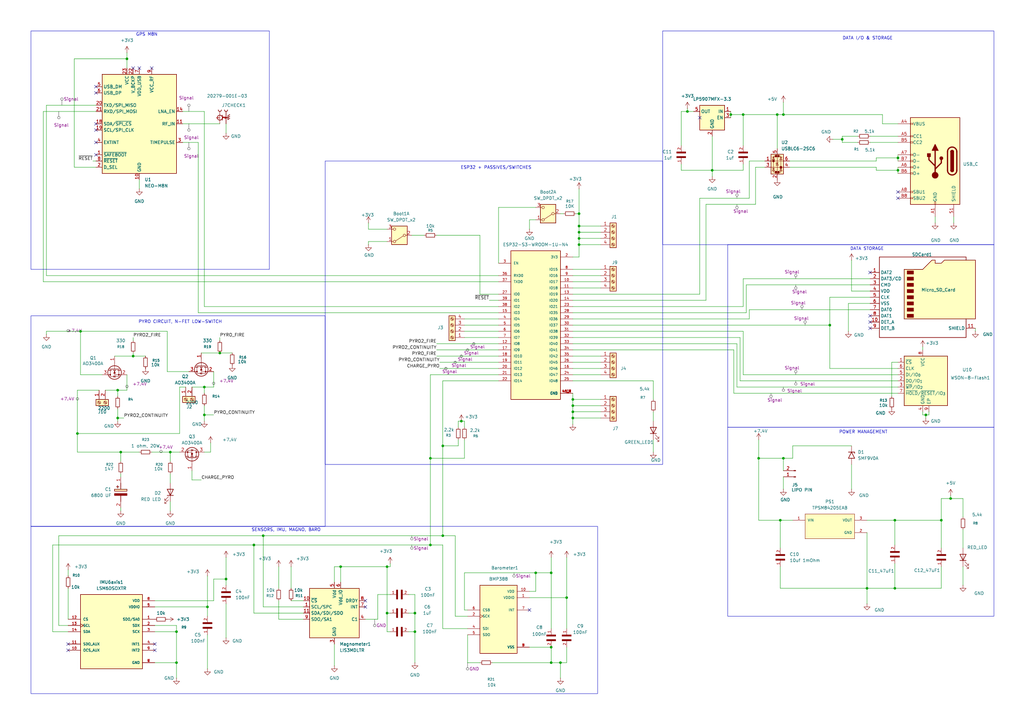
<source format=kicad_sch>
(kicad_sch (version 20250114) (generator "eeschema") (generator_version "9.0")
  (paper "A3")
  (title_block (title "Flight Computer") (date "2025-10-28") (rev "2.01") (company "TSK Rocket Labs"))
  (rectangle (start 298.45 100.33) (end 407.67 175.26))
  (rectangle (start 12.7 12.7) (end 110.49 110.49))
  (rectangle (start 133.35 66.04) (end 271.78 190.5))
  (rectangle (start 298.45 175.26) (end 407.67 252.73))
  (rectangle (start 12.7 215.9) (end 245.11 284.48))
  (rectangle (start 271.78 12.7) (end 407.67 100.33))
  (rectangle (start 12.7 129.54) (end 133.35 215.9))
  (text "DATA I/O & STORAGE" (at 355.854 15.748 0) (effects (font (size 1.27 1.27))))
  (text "DATA STORAGE" (at 355.6 102.108 0) (effects (font (size 1.27 1.27))))
  (text "GPS M8N" (at 60.198 14.224 0) (effects (font (size 1.27 1.27))))
  (text "SENSORS, IMU, MAGNO, BARO" (at 117.348 217.424 0) (effects (font (size 1.27 1.27))))
  (text "PYRO CIRCUIT, N-FET LOW-SWITCH" (at 73.914 132.08 0) (effects (font (size 1.27 1.27))))
  (text "ESP32 + PASSIVES/SWITCHES" (at 203.454 68.834 0) (effects (font (size 1.27 1.27))))
  (text "POWER MANAGEMENT" (at 354.076 177.292 0) (effects (font (size 1.27 1.27))))
  (junction (at 234.95 166.37))
  (junction (at 321.31 187.96))
  (junction (at 379.73 170.18))
  (junction (at 139.7 232.41))
  (junction (at 232.41 245.11))
  (junction (at 85.09 248.92))
  (junction (at 170.18 251.46))
  (junction (at 158.75 232.41))
  (junction (at 234.95 168.91))
  (junction (at 368.3 69.85))
  (junction (at 48.26 160.02))
  (junction (at 226.06 234.95))
  (junction (at 33.02 135.89))
  (junction (at 31.75 177.8))
  (junction (at 48.26 171.45))
  (junction (at 237.49 87.63))
  (junction (at 318.77 46.99))
  (junction (at 52.07 24.13))
  (junction (at 237.49 100.33))
  (junction (at 234.95 163.83))
  (junction (at 389.89 204.47))
  (junction (at 226.06 271.78))
  (junction (at 170.18 259.08))
  (junction (at 181.61 219.71))
  (junction (at 367.03 213.36))
  (junction (at 90.17 144.78))
  (junction (at 49.53 185.42))
  (junction (at 92.71 237.49))
  (junction (at 181.61 182.88))
  (junction (at 340.36 133.35))
  (junction (at 345.44 57.15))
  (junction (at 72.39 271.78))
  (junction (at 367.03 241.3))
  (junction (at 304.8 46.99))
  (junction (at 158.75 251.46))
  (junction (at 281.94 45.72))
  (junction (at 189.23 172.72))
  (junction (at 83.82 170.18))
  (junction (at 237.49 92.71))
  (junction (at 72.39 259.08))
  (junction (at 311.15 187.96))
  (junction (at 176.53 187.96))
  (junction (at 292.1 69.85))
  (junction (at 226.06 265.43))
  (junction (at 229.87 271.78))
  (junction (at 320.04 213.36))
  (junction (at 219.71 234.95))
  (junction (at 355.6 241.3))
  (junction (at 237.49 97.79))
  (junction (at 176.53 223.52))
  (junction (at 107.95 219.71))
  (junction (at 234.95 171.45))
  (junction (at 237.49 95.25))
  (junction (at 368.3 64.77))
  (junction (at 386.08 213.36))
  (junction (at 104.14 223.52))
  (junction (at 69.85 185.42))
  (junction (at 54.61 146.05))
  (junction (at 83.82 158.75))
  (junction (at 321.31 46.99))
  (junction (at 299.72 46.99))
  (no_connect (at 27.94 266.7))
  (no_connect (at 39.37 50.8))
  (no_connect (at 57.15 27.94))
  (no_connect (at 39.37 35.56))
  (no_connect (at 368.3 78.74))
  (no_connect (at 63.5 266.7))
  (no_connect (at 62.23 27.94))
  (no_connect (at 39.37 53.34))
  (no_connect (at 39.37 38.1))
  (no_connect (at 356.87 111.76))
  (no_connect (at 54.61 27.94))
  (no_connect (at 27.94 264.16))
  (no_connect (at 149.86 248.92))
  (no_connect (at 39.37 58.42))
  (no_connect (at 368.3 81.28))
  (no_connect (at 63.5 264.16))
  (no_connect (at 356.87 132.08))
  (no_connect (at 39.37 63.5))
  (no_connect (at 149.86 246.38))
  (no_connect (at 217.17 250.19))
  (no_connect (at 287.02 48.26))
  (no_connect (at 356.87 129.54))
  (no_connect (at 356.87 134.62))
  (wire (pts (xy 181.61 219.71) (xy 186.69 219.71)))
  (wire (pts (xy 246.38 163.83) (xy 234.95 163.83)))
  (wire (pts (xy 83.82 166.37) (xy 83.82 170.18)))
  (wire (pts (xy 158.75 259.08) (xy 160.02 259.08)))
  (wire (pts (xy 196.85 120.65) (xy 204.47 120.65)))
  (wire (pts (xy 309.88 68.58) (xy 309.88 83.82)))
  (wire (pts (xy 30.48 24.13) (xy 52.07 24.13)))
  (wire (pts (xy 31.75 177.8) (xy 31.75 160.02)))
  (wire (pts (xy 31.75 177.8) (xy 31.75 185.42)))
  (wire (pts (xy 90.17 138.43) (xy 90.17 139.7)))
  (wire (pts (xy 72.39 256.54) (xy 63.5 256.54)))
  (wire (pts (xy 170.18 251.46) (xy 170.18 259.08)))
  (wire (pts (xy 87.63 237.49) (xy 87.63 246.38)))
  (wire (pts (xy 232.41 271.78) (xy 229.87 271.78)))
  (wire (pts (xy 46.99 146.05) (xy 54.61 146.05)))
  (wire (pts (xy 389.89 204.47) (xy 394.97 204.47)))
  (wire (pts (xy 72.39 278.13) (xy 72.39 271.78)))
  (wire (pts (xy 63.5 271.78) (xy 72.39 271.78)))
  (wire (pts (xy 24.13 256.54) (xy 27.94 256.54)))
  (wire (pts (xy 33.02 153.67) (xy 41.91 153.67)))
  (wire (pts (xy 383.54 88.9) (xy 383.54 91.44)))
  (wire (pts (xy 21.59 259.08) (xy 27.94 259.08)))
  (wire (pts (xy 304.8 46.99) (xy 304.8 59.69)))
  (wire (pts (xy 386.08 204.47) (xy 386.08 213.36)))
  (wire (pts (xy 229.87 278.13) (xy 229.87 271.78)))
  (wire (pts (xy 81.28 128.27) (xy 204.47 128.27)))
  (wire (pts (xy 246.38 166.37) (xy 234.95 166.37)))
  (wire (pts (xy 69.85 209.55) (xy 69.85 205.74)))
  (wire (pts (xy 237.49 77.47) (xy 237.49 87.63)))
  (wire (pts (xy 17.78 115.57) (xy 204.47 115.57)))
  (wire (pts (xy 355.6 213.36) (xy 367.03 213.36)))
  (wire (pts (xy 234.95 161.29) (xy 234.95 163.83)))
  (wire (pts (xy 318.77 46.99) (xy 304.8 46.99)))
  (wire (pts (xy 19.05 43.18) (xy 39.37 43.18)))
  (wire (pts (xy 180.34 148.59) (xy 204.47 148.59)))
  (wire (pts (xy 284.48 45.72) (xy 281.94 45.72)))
  (wire (pts (xy 87.63 170.18) (xy 83.82 170.18)))
  (wire (pts (xy 307.34 81.28) (xy 287.02 81.28)))
  (wire (pts (xy 246.38 118.11) (xy 234.95 118.11)))
  (wire (pts (xy 234.95 128.27) (xy 306.07 128.27)))
  (wire (pts (xy 381 170.18) (xy 379.73 170.18)))
  (wire (pts (xy 158.75 232.41) (xy 139.7 232.41)))
  (wire (pts (xy 292.1 72.39) (xy 292.1 69.85)))
  (wire (pts (xy 219.71 234.95) (xy 219.71 242.57)))
  (wire (pts (xy 246.38 92.71) (xy 237.49 92.71)))
  (wire (pts (xy 189.23 172.72) (xy 190.5 172.72)))
  (wire (pts (xy 381 168.91) (xy 381 170.18)))
  (wire (pts (xy 31.75 185.42) (xy 49.53 185.42)))
  (wire (pts (xy 160.02 231.14) (xy 160.02 232.41)))
  (wire (pts (xy 246.38 110.49) (xy 234.95 110.49)))
  (wire (pts (xy 234.95 143.51) (xy 300.99 143.51)))
  (wire (pts (xy 151.13 93.98) (xy 158.75 93.98)))
  (wire (pts (xy 379.73 171.45) (xy 379.73 170.18)))
  (wire (pts (xy 204.47 85.09) (xy 219.71 85.09)))
  (wire (pts (xy 87.63 152.4) (xy 87.63 158.75)))
  (wire (pts (xy 104.14 223.52) (xy 104.14 251.46)))
  (wire (pts (xy 321.31 200.66) (xy 321.31 195.58)))
  (wire (pts (xy 85.09 252.73) (xy 85.09 248.92)))
  (wire (pts (xy 179.07 146.05) (xy 204.47 146.05)))
  (wire (pts (xy 386.08 241.3) (xy 367.03 241.3)))
  (wire (pts (xy 72.39 259.08) (xy 72.39 271.78)))
  (wire (pts (xy 237.49 87.63) (xy 237.49 92.71)))
  (wire (pts (xy 237.49 95.25) (xy 237.49 97.79)))
  (wire (pts (xy 107.95 248.92) (xy 124.46 248.92)))
  (wire (pts (xy 246.38 115.57) (xy 234.95 115.57)))
  (wire (pts (xy 83.82 158.75) (xy 78.74 158.75)))
  (wire (pts (xy 349.25 106.68) (xy 349.25 119.38)))
  (wire (pts (xy 190.5 234.95) (xy 190.5 250.19)))
  (wire (pts (xy 299.72 46.99) (xy 304.8 46.99)))
  (wire (pts (xy 90.17 144.78) (xy 95.25 144.78)))
  (wire (pts (xy 246.38 95.25) (xy 237.49 95.25)))
  (wire (pts (xy 158.75 232.41) (xy 158.75 251.46)))
  (wire (pts (xy 217.17 93.98) (xy 217.17 90.17)))
  (wire (pts (xy 139.7 232.41) (xy 137.16 232.41)))
  (wire (pts (xy 345.44 57.15) (xy 345.44 58.42)))
  (wire (pts (xy 391.16 91.44) (xy 391.16 88.9)))
  (wire (pts (xy 267.97 168.91) (xy 267.97 172.72)))
  (wire (pts (xy 355.6 218.44) (xy 355.6 241.3)))
  (wire (pts (xy 226.06 234.95) (xy 226.06 257.81)))
  (wire (pts (xy 311.15 187.96) (xy 311.15 213.36)))
  (wire (pts (xy 151.13 100.33) (xy 151.13 99.06)))
  (wire (pts (xy 236.22 87.63) (xy 237.49 87.63)))
  (wire (pts (xy 48.26 167.64) (xy 48.26 171.45)))
  (wire (pts (xy 368.3 64.77) (xy 368.3 66.04)))
  (wire (pts (xy 368.3 50.8) (xy 361.95 50.8)))
  (wire (pts (xy 219.71 234.95) (xy 190.5 234.95)))
  (wire (pts (xy 321.31 46.99) (xy 361.95 46.99)))
  (wire (pts (xy 321.31 41.91) (xy 321.31 46.99)))
  (wire (pts (xy 181.61 219.71) (xy 181.61 182.88)))
  (wire (pts (xy 82.55 196.85) (xy 78.74 196.85)))
  (wire (pts (xy 107.95 219.71) (xy 107.95 248.92)))
  (wire (pts (xy 367.03 231.14) (xy 367.03 241.3)))
  (wire (pts (xy 158.75 232.41) (xy 160.02 232.41)))
  (wire (pts (xy 229.87 87.63) (xy 231.14 87.63)))
  (wire (pts (xy 307.34 66.04) (xy 307.34 81.28)))
  (wire (pts (xy 349.25 182.88) (xy 325.12 182.88)))
  (wire (pts (xy 246.38 153.67) (xy 234.95 153.67)))
  (wire (pts (xy 389.89 204.47) (xy 386.08 204.47)))
  (wire (pts (xy 190.5 138.43) (xy 204.47 138.43)))
  (wire (pts (xy 73.66 177.8) (xy 73.66 158.75)))
  (wire (pts (xy 307.34 127) (xy 356.87 127)))
  (wire (pts (xy 168.91 96.52) (xy 173.99 96.52)))
  (wire (pts (xy 114.3 232.41) (xy 114.3 241.3)))
  (wire (pts (xy 394.97 217.17) (xy 394.97 224.79)))
  (wire (pts (xy 323.85 68.58) (xy 359.41 68.58)))
  (wire (pts (xy 57.15 77.47) (xy 57.15 73.66)))
  (wire (pts (xy 85.09 274.32) (xy 85.09 260.35)))
  (wire (pts (xy 196.85 96.52) (xy 196.85 120.65)))
  (wire (pts (xy 48.26 171.45) (xy 48.26 172.72)))
  (wire (pts (xy 287.02 81.28) (xy 287.02 120.65)))
  (wire (pts (xy 19.05 135.89) (xy 33.02 135.89)))
  (wire (pts (xy 219.71 242.57) (xy 217.17 242.57)))
  (wire (pts (xy 309.88 68.58) (xy 313.69 68.58)))
  (wire (pts (xy 304.8 153.67) (xy 368.3 153.67)))
  (wire (pts (xy 204.47 153.67) (xy 176.53 153.67)))
  (wire (pts (xy 27.94 233.68) (xy 27.94 236.22)))
  (wire (pts (xy 17.78 115.57) (xy 17.78 45.72)))
  (wire (pts (xy 179.07 143.51) (xy 204.47 143.51)))
  (wire (pts (xy 154.94 243.84) (xy 160.02 243.84)))
  (wire (pts (xy 68.58 152.4) (xy 77.47 152.4)))
  (wire (pts (xy 237.49 97.79) (xy 237.49 100.33)))
  (wire (pts (xy 229.87 271.78) (xy 226.06 271.78)))
  (wire (pts (xy 176.53 153.67) (xy 176.53 187.96)))
  (wire (pts (xy 302.26 158.75) (xy 368.3 158.75)))
  (wire (pts (xy 306.07 116.84) (xy 306.07 128.27)))
  (wire (pts (xy 300.99 161.29) (xy 368.3 161.29)))
  (wire (pts (xy 52.07 21.59) (xy 52.07 24.13)))
  (wire (pts (xy 246.38 146.05) (xy 234.95 146.05)))
  (wire (pts (xy 176.53 223.52) (xy 181.61 223.52)))
  (wire (pts (xy 279.4 69.85) (xy 279.4 67.31)))
  (wire (pts (xy 378.46 168.91) (xy 378.46 170.18)))
  (wire (pts (xy 48.26 160.02) (xy 52.07 160.02)))
  (wire (pts (xy 154.94 243.84) (xy 154.94 254)))
  (wire (pts (xy 19.05 43.18) (xy 19.05 113.03)))
  (wire (pts (xy 340.36 151.13) (xy 368.3 151.13)))
  (wire (pts (xy 187.96 172.72) (xy 189.23 172.72)))
  (wire (pts (xy 246.38 171.45) (xy 234.95 171.45)))
  (wire (pts (xy 386.08 213.36) (xy 386.08 224.79)))
  (wire (pts (xy 74.93 45.72) (xy 83.82 45.72)))
  (wire (pts (xy 33.02 135.89) (xy 68.58 135.89)))
  (wire (pts (xy 167.64 251.46) (xy 170.18 251.46)))
  (wire (pts (xy 321.31 187.96) (xy 321.31 193.04)))
  (wire (pts (xy 355.6 247.65) (xy 355.6 241.3)))
  (wire (pts (xy 114.3 254) (xy 124.46 254)))
  (wire (pts (xy 345.44 57.15) (xy 341.63 57.15)))
  (wire (pts (xy 281.94 45.72) (xy 279.4 45.72)))
  (wire (pts (xy 304.8 114.3) (xy 304.8 125.73)))
  (wire (pts (xy 361.95 46.99) (xy 361.95 50.8)))
  (wire (pts (xy 217.17 90.17) (xy 219.71 90.17)))
  (wire (pts (xy 52.07 24.13) (xy 52.07 27.94)))
  (wire (pts (xy 246.38 168.91) (xy 234.95 168.91)))
  (wire (pts (xy 234.95 120.65) (xy 287.02 120.65)))
  (wire (pts (xy 367.03 213.36) (xy 367.03 223.52)))
  (wire (pts (xy 311.15 187.96) (xy 321.31 187.96)))
  (wire (pts (xy 180.34 151.13) (xy 204.47 151.13)))
  (wire (pts (xy 307.34 66.04) (xy 313.69 66.04)))
  (wire (pts (xy 201.93 271.78) (xy 226.06 271.78)))
  (wire (pts (xy 119.38 232.41) (xy 119.38 241.3)))
  (wire (pts (xy 234.95 138.43) (xy 303.53 138.43)))
  (wire (pts (xy 49.53 194.31) (xy 49.53 195.58)))
  (wire (pts (xy 368.3 63.5) (xy 368.3 64.77)))
  (wire (pts (xy 246.38 151.13) (xy 234.95 151.13)))
  (wire (pts (xy 304.8 153.67) (xy 304.8 135.89)))
  (wire (pts (xy 359.41 69.85) (xy 368.3 69.85)))
  (wire (pts (xy 237.49 92.71) (xy 237.49 95.25)))
  (wire (pts (xy 139.7 232.41) (xy 139.7 238.76)))
  (wire (pts (xy 17.78 45.72) (xy 39.37 45.72)))
  (wire (pts (xy 359.41 68.58) (xy 359.41 69.85)))
  (wire (pts (xy 27.94 241.3) (xy 27.94 254)))
  (wire (pts (xy 289.56 83.82) (xy 289.56 123.19)))
  (wire (pts (xy 191.77 260.35) (xy 191.77 271.78)))
  (wire (pts (xy 151.13 99.06) (xy 158.75 99.06)))
  (wire (pts (xy 232.41 245.11) (xy 232.41 257.81)))
  (wire (pts (xy 325.12 182.88) (xy 325.12 187.96)))
  (wire (pts (xy 345.44 55.88) (xy 345.44 57.15)))
  (wire (pts (xy 167.64 259.08) (xy 170.18 259.08)))
  (wire (pts (xy 69.85 194.31) (xy 69.85 198.12)))
  (wire (pts (xy 30.48 68.58) (xy 30.48 24.13)))
  (wire (pts (xy 50.8 171.45) (xy 48.26 171.45)))
  (wire (pts (xy 190.5 135.89) (xy 204.47 135.89)))
  (wire (pts (xy 359.41 64.77) (xy 368.3 64.77)))
  (wire (pts (xy 234.95 168.91) (xy 234.95 171.45)))
  (wire (pts (xy 179.07 140.97) (xy 204.47 140.97)))
  (wire (pts (xy 181.61 156.21) (xy 204.47 156.21)))
  (wire (pts (xy 83.82 158.75) (xy 87.63 158.75)))
  (wire (pts (xy 31.75 177.8) (xy 73.66 177.8)))
  (wire (pts (xy 86.36 181.61) (xy 86.36 185.42)))
  (wire (pts (xy 190.5 187.96) (xy 190.5 180.34)))
  (wire (pts (xy 304.8 67.31) (xy 304.8 69.85)))
  (wire (pts (xy 191.77 271.78) (xy 196.85 271.78)))
  (wire (pts (xy 176.53 187.96) (xy 176.53 223.52)))
  (wire (pts (xy 24.13 219.71) (xy 24.13 256.54)))
  (wire (pts (xy 217.17 245.11) (xy 232.41 245.11)))
  (wire (pts (xy 83.82 170.18) (xy 83.82 172.72)))
  (wire (pts (xy 83.82 125.73) (xy 204.47 125.73)))
  (wire (pts (xy 151.13 91.44) (xy 151.13 93.98)))
  (wire (pts (xy 49.53 185.42) (xy 49.53 189.23)))
  (wire (pts (xy 87.63 237.49) (xy 92.71 237.49)))
  (wire (pts (xy 49.53 208.28) (xy 49.53 209.55)))
  (wire (pts (xy 368.3 68.58) (xy 368.3 69.85)))
  (wire (pts (xy 104.14 223.52) (xy 176.53 223.52)))
  (wire (pts (xy 320.04 241.3) (xy 355.6 241.3)))
  (wire (pts (xy 307.34 127) (xy 307.34 130.81)))
  (wire (pts (xy 30.48 68.58) (xy 39.37 68.58)))
  (wire (pts (xy 320.04 213.36) (xy 320.04 224.79)))
  (wire (pts (xy 69.85 189.23) (xy 69.85 185.42)))
  (wire (pts (xy 217.17 265.43) (xy 226.06 265.43)))
  (wire (pts (xy 190.5 250.19) (xy 191.77 250.19)))
  (wire (pts (xy 114.3 246.38) (xy 114.3 254)))
  (wire (pts (xy 167.64 243.84) (xy 170.18 243.84)))
  (wire (pts (xy 72.39 256.54) (xy 72.39 259.08)))
  (wire (pts (xy 234.95 140.97) (xy 302.26 140.97)))
  (wire (pts (xy 246.38 148.59) (xy 234.95 148.59)))
  (wire (pts (xy 246.38 97.79) (xy 237.49 97.79)))
  (wire (pts (xy 299.72 45.72) (xy 299.72 46.99)))
  (wire (pts (xy 158.75 251.46) (xy 160.02 251.46)))
  (wire (pts (xy 181.61 257.81) (xy 191.77 257.81)))
  (wire (pts (xy 154.94 254) (xy 149.86 254)))
  (wire (pts (xy 87.63 246.38) (xy 63.5 246.38)))
  (wire (pts (xy 85.09 248.92) (xy 63.5 248.92)))
  (wire (pts (xy 181.61 182.88) (xy 187.96 182.88)))
  (wire (pts (xy 33.02 135.89) (xy 33.02 153.67)))
  (wire (pts (xy 54.61 138.43) (xy 54.61 139.7)))
  (wire (pts (xy 81.28 128.27) (xy 81.28 58.42)))
  (wire (pts (xy 400.05 134.62) (xy 400.05 135.89)))
  (wire (pts (xy 63.5 259.08) (xy 72.39 259.08)))
  (wire (pts (xy 62.23 185.42) (xy 69.85 185.42)))
  (wire (pts (xy 226.06 234.95) (xy 219.71 234.95)))
  (wire (pts (xy 246.38 100.33) (xy 237.49 100.33)))
  (wire (pts (xy 378.46 170.18) (xy 379.73 170.18)))
  (wire (pts (xy 38.1 66.04) (xy 39.37 66.04)))
  (wire (pts (xy 325.12 187.96) (xy 321.31 187.96)))
  (wire (pts (xy 267.97 185.42) (xy 267.97 180.34)))
  (wire (pts (xy 246.38 113.03) (xy 234.95 113.03)))
  (wire (pts (xy 279.4 69.85) (xy 292.1 69.85)))
  (wire (pts (xy 345.44 58.42) (xy 351.79 58.42)))
  (wire (pts (xy 345.44 55.88) (xy 351.79 55.88)))
  (wire (pts (xy 92.71 228.6) (xy 92.71 237.49)))
  (wire (pts (xy 176.53 187.96) (xy 190.5 187.96)))
  (wire (pts (xy 107.95 219.71) (xy 181.61 219.71)))
  (wire (pts (xy 234.95 130.81) (xy 307.34 130.81)))
  (wire (pts (xy 68.58 135.89) (xy 68.58 152.4)))
  (wire (pts (xy 83.82 161.29) (xy 83.82 158.75)))
  (wire (pts (xy 187.96 175.26) (xy 187.96 172.72)))
  (wire (pts (xy 204.47 123.19) (xy 200.66 123.19)))
  (wire (pts (xy 43.18 160.02) (xy 48.26 160.02)))
  (wire (pts (xy 311.15 180.34) (xy 311.15 187.96)))
  (wire (pts (xy 340.36 121.92) (xy 356.87 121.92)))
  (wire (pts (xy 190.5 172.72) (xy 190.5 175.26)))
  (wire (pts (xy 204.47 85.09) (xy 204.47 107.95)))
  (wire (pts (xy 267.97 156.21) (xy 267.97 163.83)))
  (wire (pts (xy 83.82 45.72) (xy 83.82 125.73)))
  (wire (pts (xy 237.49 100.33) (xy 237.49 105.41)))
  (wire (pts (xy 119.38 246.38) (xy 124.46 246.38)))
  (wire (pts (xy 181.61 223.52) (xy 181.61 257.81)))
  (wire (pts (xy 190.5 130.81) (xy 204.47 130.81)))
  (wire (pts (xy 356.87 58.42) (xy 368.3 58.42)))
  (wire (pts (xy 289.56 123.19) (xy 234.95 123.19)))
  (wire (pts (xy 289.56 83.82) (xy 309.88 83.82)))
  (wire (pts (xy 158.75 251.46) (xy 158.75 259.08)))
  (wire (pts (xy 365.76 148.59) (xy 368.3 148.59)))
  (wire (pts (xy 311.15 213.36) (xy 320.04 213.36)))
  (wire (pts (xy 104.14 251.46) (xy 124.46 251.46)))
  (wire (pts (xy 299.72 46.99) (xy 299.72 48.26)))
  (wire (pts (xy 234.95 135.89) (xy 304.8 135.89)))
  (wire (pts (xy 232.41 228.6) (xy 232.41 245.11)))
  (wire (pts (xy 74.93 58.42) (xy 81.28 58.42)))
  (wire (pts (xy 340.36 121.92) (xy 340.36 133.35)))
  (wire (pts (xy 137.16 273.05) (xy 137.16 264.16)))
  (wire (pts (xy 368.3 69.85) (xy 368.3 71.12)))
  (wire (pts (xy 394.97 240.03) (xy 394.97 232.41)))
  (wire (pts (xy 54.61 144.78) (xy 54.61 146.05)))
  (wire (pts (xy 137.16 232.41) (xy 137.16 238.76)))
  (wire (pts (xy 170.18 243.84) (xy 170.18 251.46)))
  (wire (pts (xy 318.77 46.99) (xy 318.77 60.96)))
  (wire (pts (xy 190.5 133.35) (xy 204.47 133.35)))
  (wire (pts (xy 234.95 156.21) (xy 267.97 156.21)))
  (wire (pts (xy 303.53 156.21) (xy 303.53 138.43)))
  (wire (pts (xy 186.69 219.71) (xy 186.69 252.73)))
  (wire (pts (xy 347.98 124.46) (xy 356.87 124.46)))
  (wire (pts (xy 279.4 59.69) (xy 279.4 45.72)))
  (wire (pts (xy 31.75 160.02) (xy 40.64 160.02)))
  (wire (pts (xy 73.66 158.75) (xy 76.2 158.75)))
  (wire (pts (xy 349.25 119.38) (xy 356.87 119.38)))
  (wire (pts (xy 340.36 133.35) (xy 340.36 151.13)))
  (wire (pts (xy 234.95 171.45) (xy 234.95 173.99)))
  (wire (pts (xy 226.06 265.43) (xy 226.06 271.78)))
  (wire (pts (xy 318.77 46.99) (xy 321.31 46.99)))
  (wire (pts (xy 389.89 203.2) (xy 389.89 204.47)))
  (wire (pts (xy 186.69 252.73) (xy 191.77 252.73)))
  (wire (pts (xy 302.26 158.75) (xy 302.26 140.97)))
  (wire (pts (xy 69.85 185.42) (xy 73.66 185.42)))
  (wire (pts (xy 104.14 223.52) (xy 21.59 223.52)))
  (wire (pts (xy 234.95 133.35) (xy 340.36 133.35)))
  (wire (pts (xy 82.55 144.78) (xy 90.17 144.78)))
  (wire (pts (xy 179.07 96.52) (xy 196.85 96.52)))
  (wire (pts (xy 92.71 261.62) (xy 92.71 247.65)))
  (wire (pts (xy 347.98 135.89) (xy 347.98 124.46)))
  (wire (pts (xy 320.04 232.41) (xy 320.04 241.3)))
  (wire (pts (xy 226.06 228.6) (xy 226.06 234.95)))
  (wire (pts (xy 181.61 156.21) (xy 181.61 182.88)))
  (wire (pts (xy 232.41 265.43) (xy 232.41 271.78)))
  (wire (pts (xy 54.61 146.05) (xy 59.69 146.05)))
  (wire (pts (xy 378.46 142.24) (xy 378.46 143.51)))
  (wire (pts (xy 320.04 213.36) (xy 325.12 213.36)))
  (wire (pts (xy 170.18 259.08) (xy 170.18 271.78)))
  (wire (pts (xy 234.95 166.37) (xy 234.95 168.91)))
  (wire (pts (xy 281.94 44.45) (xy 281.94 45.72)))
  (wire (pts (xy 85.09 236.22) (xy 85.09 248.92)))
  (wire (pts (xy 24.13 219.71) (xy 107.95 219.71)))
  (wire (pts (xy 349.25 190.5) (xy 349.25 200.66)))
  (wire (pts (xy 292.1 55.88) (xy 292.1 69.85)))
  (wire (pts (xy 234.95 163.83) (xy 234.95 166.37)))
  (wire (pts (xy 187.96 182.88) (xy 187.96 180.34)))
  (wire (pts (xy 21.59 223.52) (xy 21.59 259.08)))
  (wire (pts (xy 304.8 114.3) (xy 356.87 114.3)))
  (wire (pts (xy 92.71 240.03) (xy 92.71 237.49)))
  (wire (pts (xy 86.36 185.42) (xy 83.82 185.42)))
  (wire (pts (xy 386.08 232.41) (xy 386.08 241.3)))
  (wire (pts (xy 74.93 50.8) (xy 90.17 50.8)))
  (wire (pts (xy 300.99 143.51) (xy 300.99 161.29)))
  (wire (pts (xy 303.53 156.21) (xy 368.3 156.21)))
  (wire (pts (xy 306.07 116.84) (xy 356.87 116.84)))
  (wire (pts (xy 19.05 113.03) (xy 204.47 113.03)))
  (wire (pts (xy 365.76 162.56) (xy 365.76 148.59)))
  (wire (pts (xy 234.95 105.41) (xy 237.49 105.41)))
  (wire (pts (xy 292.1 69.85) (xy 304.8 69.85)))
  (wire (pts (xy 394.97 204.47) (xy 394.97 212.09)))
  (wire (pts (xy 323.85 66.04) (xy 359.41 66.04)))
  (wire (pts (xy 367.03 241.3) (xy 355.6 241.3)))
  (wire (pts (xy 57.15 185.42) (xy 49.53 185.42)))
  (wire (pts (xy 356.87 55.88) (xy 368.3 55.88)))
  (wire (pts (xy 234.95 125.73) (xy 304.8 125.73)))
  (wire (pts (xy 19.05 137.16) (xy 19.05 135.89)))
  (wire (pts (xy 78.74 196.85) (xy 78.74 193.04)))
  (wire (pts (xy 367.03 213.36) (xy 386.08 213.36)))
  (wire (pts (xy 52.07 153.67) (xy 52.07 160.02)))
  (wire (pts (xy 48.26 160.02) (xy 48.26 162.56)))
  (wire (pts (xy 359.41 66.04) (xy 359.41 64.77)))
  (wire (pts (xy 92.71 50.8) (xy 92.71 54.61)))
  (label "PYRO_FIRE" (at 90.17 138.43 0))
  (label "PYRO_CONTINUITY" (at 87.63 170.18 0))
  (label "~{RESET}" (at 200.66 123.19 180))
  (label "PYRO_FIRE" (at 179.07 146.05 180))
  (label "PYRO2_CONTINUITY" (at 50.8 171.45 0))
  (label "PYRO_CONTINUITY" (at 180.34 148.59 180))
  (label "PYRO2_FIRE" (at 54.61 138.43 0))
  (label "PYRO2_CONTINUITY" (at 179.07 143.51 180))
  (label "CHARGE_PYRO" (at 82.55 196.85 0))
  (label "PYRO2_FIRE" (at 179.07 140.97 180))
  (label "CHARGE_PYRO" (at 180.34 151.13 180))
  (label "~{RESET}" (at 38.1 66.04 180))
  (netclass_flag "" (length 2.54) (shape round) (at 77.47 58.42 180) (property "Netclass" "Signal" (at 75.438 64.008 0) (effects (justify left))))
  (netclass_flag "" (length 0.254) (shape round) (at 31.75 163.83 0) (property "Netclass" "+7.4V" (at 24.638 163.576 0) (effects (justify left))))
  (netclass_flag "" (length 1.27) (shape round) (at 168.91 223.52 180) (property "Netclass" "Signal" (at 169.6085 224.79 0) (effects (justify left))))
  (netclass_flag "" (length 1.27) (shape round) (at 316.23 161.29 180) (property "Netclass" "Signal" (at 314.706 164.084 0) (effects (justify left))))
  (netclass_flag "" (length 1.27) (shape round) (at 326.39 156.21 180) (property "Netclass" "Signal" (at 328.168 157.48 0) (effects (justify left))))
  (netclass_flag "" (length 2.54) (shape round) (at 25.4 43.18 0) (property "Netclass" "Signal" (at 26.0985 40.64 0) (effects (justify left))))
  (netclass_flag "" (length 0.0254) (shape round) (at 186.69 148.59 180) (property "Netclass" "Signal" (at 185.166 149.86 0) (effects (justify left))))
  (netclass_flag "" (length 0.254) (shape round) (at 27.94 135.89 0) (property "Netclass" "+7.4V" (at 27.686 135.636 0) (effects (justify left))))
  (netclass_flag "" (length 0.0254) (shape round) (at 191.77 143.51 180) (property "Netclass" "Signal" (at 190.246 144.78 0) (effects (justify left))))
  (netclass_flag "" (length 0.254) (shape round) (at 52.07 158.75 0) (property "Netclass" "+7.4V" (at 54.356 157.48 0) (effects (justify left))))
  (netclass_flag "" (length 0.0254) (shape round) (at 182.88 151.13 180) (property "Netclass" "Signal" (at 181.356 152.4 0) (effects (justify left))))
  (netclass_flag "" (length 2.54) (shape round) (at 77.47 50.8 180) (property "Netclass" "Signal" (at 75.438 56.388 0) (effects (justify left))))
  (netclass_flag "" (length 1.27) (shape round) (at 328.93 127 0) (property "Netclass" "Signal" (at 330.454 124.206 0) (effects (justify right))))
  (netclass_flag "" (length 1.27) (shape round) (at 302.26 83.82 180) (property "Netclass" "Signal" (at 300.736 86.614 0) (effects (justify left))))
  (netclass_flag "" (length 1.27) (shape round) (at 321.31 158.75 180) (property "Netclass" "Signal" (at 322.834 160.274 0) (effects (justify left))))
  (netclass_flag "" (length 1.27) (shape round) (at 326.39 114.3 0) (property "Netclass" "Signal" (at 327.914 111.506 0) (effects (justify right))))
  (netclass_flag "" (length 0.254) (shape round) (at 66.04 185.42 0) (property "Netclass" "+7.4V" (at 65.024 183.388 0) (effects (justify left))))
  (netclass_flag "" (length 1.27) (shape round) (at 302.26 81.28 0) (property "Netclass" "Signal" (at 303.784 78.486 0) (effects (justify right))))
  (netclass_flag "" (length 2.54) (shape round) (at 77.47 45.72 0) (property "Netclass" "Signal" (at 79.502 40.132 0) (effects (justify right))))
  (netclass_flag "" (length 2.54) (shape round) (at 153.67 254 180) (property "Netclass" "GND" (at 154.3685 256.54 0) (effects (justify left))))
  (netclass_flag "" (length 0.254) (shape round) (at 87.63 157.48 0) (property "Netclass" "+7.4V" (at 89.916 156.21 0) (effects (justify left))))
  (netclass_flag "" (length 2.54) (shape round) (at 191.77 271.78 180) (property "Netclass" "GND" (at 192.4685 274.32 0) (effects (justify left))))
  (netclass_flag "" (length 1.27) (shape round) (at 168.91 219.71 180) (property "Netclass" "Signal" (at 169.6085 220.98 0) (effects (justify left))))
  (netclass_flag "" (length 0.0254) (shape round) (at 189.23 146.05 180) (property "Netclass" "Signal" (at 187.706 147.32 0) (effects (justify left))))
  (netclass_flag "" (length 0.0254) (shape round) (at 194.31 140.97 180) (property "Netclass" "Signal" (at 192.786 142.24 0) (effects (justify left))))
  (netclass_flag "" (length 1.27) (shape round) (at 210.82 234.95 180) (property "Netclass" "Signal" (at 211.5185 236.22 0) (effects (justify left))))
  (netclass_flag "" (length 1.27) (shape round) (at 330.2 133.35 0) (property "Netclass" "Signal" (at 331.724 130.556 0) (effects (justify right))))
  (netclass_flag "" (length 1.27) (shape round) (at 326.39 153.67 0) (property "Netclass" "Signal" (at 327.914 150.876 0) (effects (justify right))))
  (netclass_flag "" (length 2.54) (shape round) (at 24.13 45.72 180) (property "Netclass" "Signal" (at 22.098 51.308 0) (effects (justify left))))
  (netclass_flag "" (length 1.27) (shape round) (at 326.39 116.84 180) (property "Netclass" "Signal" (at 324.866 119.634 0) (effects (justify left))))
  (symbol (lib_id "power:GND") (at 341.63 57.15 270) (mirror x) (unit 1)
    (property "Reference" "#PWR011" (effects (hide yes)))
    (property "Value" "GND" (at 340.868 54.102 90) (effects (justify right)))
    (property "Description" "Power symbol creates a global label with name \"GND\" , ground" (effects (hide yes)))
  )
  (symbol (lib_id "Device:R_Small") (at 354.33 58.42 90) (unit 1)
    (property "Reference" "R1" (at 351.282 61.214 90) (effects (font (size 1.016 1.016))))
    (property "Value" "5.1k" (at 356.87 61.468 90))
    (property "Footprint" "Resistor:R0402" (effects (hide yes)))
    (property "Description" "Resistor, small symbol" (effects (hide yes)))
  )
  (symbol (lib_id "power:GND") (at 57.15 77.47 0) (unit 1)
    (property "Reference" "#PWR037" (effects (hide yes)))
    (property "Value" "GND" (at 57.15 82.55 0))
    (property "Description" "Power symbol creates a global label with name \"GND\" , ground" (effects (hide yes)))
  )
  (symbol (lib_id "power:GND") (at 85.09 274.32 0) (unit 1)
    (property "Reference" "#PWR048" (effects (hide yes)))
    (property "Value" "GND" (at 87.63 275.5899 0) (effects (justify left)))
    (property "Description" "Power symbol creates a global label with name \"GND\" , ground" (effects (hide yes)))
  )
  (symbol (lib_id "Device:R_Small") (at 49.53 191.77 0) (mirror x) (unit 1)
    (property "Reference" "R22" (at 44.958 190.5 0) (effects (font (size 1.016 1.016))))
    (property "Value" "147" (at 44.704 192.278 0))
    (property "Footprint" "Resistor:R0402" (effects (hide yes)))
    (property "Description" "Resistor, small symbol" (effects (hide yes)))
  )
  (symbol (lib_id "Connector:Screw_Terminal_01x04") (at 251.46 113.03 0) (unit 1)
    (property "Reference" "J9" (at 250.952 107.696 0) (effects (justify left)))
    (property "Value" "MX128-5.0-04P-GN01-Cu-Y-A" (effects (hide yes)))
    (property "Footprint" "TerminalBlock:TerminalBlock_MaiXu_MX126-5.0-04P_1x04_P5.00mm" (effects (hide yes)))
    (property "Description" "Generic screw terminal, single row, 01x04, script generated (kicad-library-utils/schlib/autogen/connector/)" (effects (hide yes)))
  )
  (symbol (lib_id "power:GND") (at 170.18 271.78 0) (unit 1)
    (property "Reference" "#PWR03" (effects (hide yes)))
    (property "Value" "GND" (at 170.18 276.86 0))
    (property "Description" "Power symbol creates a global label with name \"GND\" , ground" (effects (hide yes)))
  )
  (symbol (lib_id "power:+5V") (at 321.31 41.91 0) (mirror y) (unit 1)
    (property "Reference" "#PWR012" (effects (hide yes)))
    (property "Value" "+5V" (at 318.77 40.6399 0) (effects (justify left)))
    (property "Description" "Power symbol creates a global label with name \"+5V\"" (effects (hide yes)))
  )
  (symbol (lib_id "power:+3V3") (at 189.23 172.72 0) (unit 1)
    (property "Reference" "#PWR030" (effects (hide yes)))
    (property "Value" "+3V3" (at 193.294 170.942 0))
    (property "Description" "Power symbol creates a global label with name \"+3V3\"" (effects (hide yes)))
  )
  (symbol (lib_id "power:GND") (at 92.71 261.62 0) (unit 1)
    (property "Reference" "#PWR022" (effects (hide yes)))
    (property "Value" "GND" (at 95.25 262.8899 0) (effects (justify left)))
    (property "Description" "Power symbol creates a global label with name \"GND\" , ground" (effects (hide yes)))
  )
  (symbol (lib_id "Device:R_Small") (at 95.25 147.32 0) (mirror x) (unit 1)
    (property "Reference" "R16" (at 99.568 146.558 0) (effects (font (size 1.016 1.016))))
    (property "Value" "10k" (at 99.314 148.336 0))
    (property "Footprint" "Resistor:R0402" (effects (hide yes)))
    (property "Description" "Resistor, small symbol" (effects (hide yes)))
  )
  (symbol (lib_id "MCASE168SB7105MTNA01:MCASE168SB7105MTNA01") (at 85.09 257.81 90) (unit 1)
    (property "Reference" "C5" (at 79.756 260.35 90) (effects (justify right)))
    (property "Value" "100nF" (at 78.232 262.89 90) (effects (justify right)))
    (property "Footprint" "Capacitor:CAPC1608X90N" (effects (hide yes)))
    (property "MF" "Taiyo Yuden" (effects (hide yes)))
    (property "MAXIMUM_PACKAGE_HEIGHT" "0.9mm" (effects (hide yes)))
    (property "Package" "0603-2 TAIYO" (effects (hide yes)))
    (property "Price" "None" (effects (hide yes)))
    (property "Check_prices" "https://www.snapeda.com/parts/MCASE168SB7105MTNA01/Taiyo+Yuden/view-part/?ref=eda" (effects (hide yes)))
    (property "STANDARD" "IPC-7351B" (effects (hide yes)))
    (property "PARTREV" "NA" (effects (hide yes)))
    (property "SnapEDA_Link" "https://www.snapeda.com/parts/MCASE168SB7105MTNA01/Taiyo+Yuden/view-part/?ref=snap" (effects (hide yes)))
    (property "MP" "MCASE168SB7105MTNA01" (effects (hide yes)))
    (property "Description_1" "1uF 16V 20% Multilayer Ceramic Capacitor X7R 0603 (1608 Metric)" (effects (hide yes)))
    (property "Availability" "In Stock" (effects (hide yes)))
    (property "MANUFACTURER" "Taiyo Yuden" (effects (hide yes)))
  )
  (symbol (lib_id "Memory_Flash:W25Q128JVE") (at 378.46 156.21 0) (unit 1)
    (property "Reference" "WSON-8-Flash1" (at 389.89 154.9399 0) (effects (justify left)))
    (property "Value" "U10" (at 394.716 151.638 0) (effects (justify left)))
    (property "Footprint" "Package_SON:WSON-8-1EP_8x6mm_P1.27mm_EP3.4x4.3mm" (effects (hide yes)))
    (property "Datasheet" "https://www.winbond.com/resource-files/w25q128jv_dtr%20revc%2003272018%20plus.pdf" (effects (hide yes)))
    (property "Description" "128Mbit / 16MiB Serial Flash Memory, Standard/Dual/Quad SPI, 2.7-3.6V, WSON-8" (effects (hide yes)))
  )
  (symbol (lib_id "Device:R_Small") (at 199.39 271.78 270) (unit 1)
    (property "Reference" "R21" (at 201.422 278.638 90) (effects (font (size 1.016 1.016))))
    (property "Value" "10k" (at 201.676 280.924 90))
    (property "Footprint" "Resistor:R0402" (effects (hide yes)))
    (property "Description" "Resistor, small symbol" (effects (hide yes)))
  )
  (symbol (lib_id "power:GND") (at 72.39 278.13 0) (unit 1)
    (property "Reference" "#PWR01" (effects (hide yes)))
    (property "Value" "GND" (at 67.31 278.13 0) (effects (justify left)))
    (property "Description" "Power symbol creates a global label with name \"GND\" , ground" (effects (hide yes)))
  )
  (symbol (lib_id "ESP32-S3-WROOM-1U:ESP32-S3-WROOM-1U") (at 219.71 133.35 0) (unit 1)
    (property "Reference" "ESP32S3" (effects (hide yes)))
    (property "Value" "ESP32-S3-WROOM-1U-N4" (at 219.71 100.33 0))
    (property "Footprint" "RF_Module:ESP32-S3-WROOM-1U" (effects (hide yes)))
    (property "MF" "Espressif Systems" (effects (hide yes)))
    (property "MAXIMUM_PACKAGE_HEIGHT" "3.35mm" (effects (hide yes)))
    (property "Package" "SMD-41 Espressif Systems" (effects (hide yes)))
    (property "Price" "None" (effects (hide yes)))
    (property "Check_prices" "https://www.snapeda.com/parts/ESP32-S3-WROOM-1U/Espressif+Systems/view-part/?ref=eda" (effects (hide yes)))
    (property "STANDARD" "Manufacturer Recommendations" (effects (hide yes)))
    (property "PARTREV" "v0.6" (effects (hide yes)))
    (property "SnapEDA_Link" "https://www.snapeda.com/parts/ESP32-S3-WROOM-1U/Espressif+Systems/view-part/?ref=snap" (effects (hide yes)))
    (property "MP" "ESP32-S3-WROOM-1U" (effects (hide yes)))
    (property "Description_1" "2.4 GHz Wi-Fi (802.11 b/g/n) and Bluetooth 5 (LE) module" (effects (hide yes)))
    (property "Availability" "Not in stock" (effects (hide yes)))
    (property "MANUFACTURER" "Espressif" (effects (hide yes)))
  )
  (symbol (lib_id "Device:R_Small") (at 27.94 238.76 180) (unit 1)
    (property "Reference" "R10" (at 31.242 235.966 0) (effects (font (size 1.016 1.016))))
    (property "Value" "10k" (at 30.988 240.792 0))
    (property "Footprint" "Resistor:R0402" (effects (hide yes)))
    (property "Description" "Resistor, small symbol" (effects (hide yes)))
  )
  (symbol (lib_id "power:+7.5V") (at 86.36 181.61 0) (unit 1)
    (property "Reference" "#PWR046" (effects (hide yes)))
    (property "Value" "+7.4V" (at 91.186 180.34 0) (effects (justify left)))
    (property "Description" "Power symbol creates a global label with name \"+7.5V\"" (effects (hide yes)))
  )
  (symbol (lib_id "power:GND") (at 349.25 200.66 0) (unit 1)
    (property "Reference" "#PWR028" (effects (hide yes)))
    (property "Value" "GND" (at 354.33 203.2 0))
    (property "Description" "Power symbol creates a global label with name \"GND\" , ground" (effects (hide yes)))
  )
  (symbol (lib_id "Connector:Screw_Terminal_01x04") (at 251.46 166.37 0) (unit 1)
    (property "Reference" "J7" (at 251.206 175.768 0) (effects (justify left)))
    (property "Value" "MX128-5.0-04P-GN01-Cu-Y-A" (effects (hide yes)))
    (property "Footprint" "TerminalBlock:TerminalBlock_MaiXu_MX126-5.0-04P_1x04_P5.00mm" (effects (hide yes)))
    (property "Description" "Generic screw terminal, single row, 01x04, script generated (kicad-library-utils/schlib/autogen/connector/)" (effects (hide yes)))
  )
  (symbol (lib_id "power:+3V3") (at 226.06 228.6 0) (unit 1)
    (property "Reference" "#PWR08" (effects (hide yes)))
    (property "Value" "+3V3" (at 225.298 222.25 0) (effects (justify left)))
    (property "Description" "Power symbol creates a global label with name \"+3V3\"" (effects (hide yes)))
  )
  (symbol (lib_id "MCASE168SB7105MTNA01:MCASE168SB7105MTNA01") (at 386.08 229.87 90) (unit 1)
    (property "Reference" "C12_47uF1" (at 380.238 233.934 90))
    (property "Value" "GRM188R60J476ME15D" (effects (hide yes)))
    (property "Footprint" "Capacitor:CAPC1608X100N" (effects (hide yes)))
    (property "Datasheet" "https://www.mouser.co.uk/datasheet/2/40/KGM_X6S-3223173.pdf" (effects (hide yes)))
    (property "Description" "Multilayer Ceramic Capacitors MLCC - SMD/SMT 4V 47uF X6S 0603 20%" (effects (hide yes)))
    (property "Height" "1" (effects (hide yes)))
    (property "Mouser Part Number" "581-06034W476MAT2A" (effects (hide yes)))
    (property "Mouser Price/Stock" "https://www.mouser.co.uk/ProductDetail/KYOCERA-AVX/06034W476MAT2A?qs=Znm5pLBrcAKygBdcRiKAig%3D%3D" (effects (hide yes)))
    (property "Manufacturer_Name" "Kyocera AVX" (effects (hide yes)))
    (property "Manufacturer_Part_Number" "06034W476MAT2A" (effects (hide yes)))
    (property "Height" "1" (effects (hide yes)))
    (property "Mouser Part Number" "581-06034W476MAT2A" (effects (hide yes)))
  )
  (symbol (lib_id "power:+3V3") (at 151.13 91.44 0) (unit 1)
    (property "Reference" "#PWR024" (effects (hide yes)))
    (property "Value" "+3V3" (at 148.082 88.138 0) (effects (justify left)))
    (property "Description" "Power symbol creates a global label with name \"+3V3\"" (effects (hide yes)))
  )
  (symbol (lib_id "Device:R_Small") (at 119.38 243.84 180) (unit 1)
    (property "Reference" "R11" (at 122.682 244.348 0) (effects (font (size 1.016 1.016))))
    (property "Value" "10k" (at 122.428 242.062 0))
    (property "Footprint" "Resistor:R0402" (effects (hide yes)))
    (property "Description" "Resistor, small symbol" (effects (hide yes)))
  )
  (symbol (lib_id "power:GND") (at 292.1 72.39 0) (mirror y) (unit 1)
    (property "Reference" "#PWR016" (effects (hide yes)))
    (property "Value" "GND" (at 292.1 77.47 0))
    (property "Description" "Power symbol creates a global label with name \"GND\" , ground" (effects (hide yes)))
  )
  (symbol (lib_id "Device:LED") (at 69.85 201.93 270) (mirror x) (unit 1)
    (property "Reference" "D2" (at 66.04 202.2474 90) (effects (justify right)))
    (property "Value" "RED LED" (at 66.04 204.7874 90) (effects (justify right)))
    (property "Footprint" "LED_SMD:LED_0402_1005Metric" (effects (hide yes)))
    (property "Description" "Light emitting diode" (effects (hide yes)))
    (property "Sim.Pins" "1=K 2=A" (effects (hide yes)))
  )
  (symbol (lib_id "Device:R_Small") (at 267.97 166.37 0) (unit 1)
    (property "Reference" "R7" (at 263.652 163.068 0) (effects (font (size 1.016 1.016))))
    (property "Value" "5.4k" (at 264.414 159.512 0))
    (property "Footprint" "Resistor_SMD:R_0402_1005Metric" (effects (hide yes)))
    (property "Description" "Resistor, small symbol" (effects (hide yes)))
  )
  (symbol (lib_id "power:+3V3") (at 27.94 233.68 0) (unit 1)
    (property "Reference" "#PWR039" (effects (hide yes)))
    (property "Value" "+3V3" (at 30.48 232.4099 0) (effects (justify left)))
    (property "Description" "Power symbol creates a global label with name \"+3V3\"" (effects (hide yes)))
  )
  (symbol (lib_id "MCASE168SB7105MTNA01:MCASE168SB7105MTNA01") (at 320.04 229.87 90) (unit 1)
    (property "Reference" "C10" (at 323.85 227.3299 90) (effects (justify right)))
    (property "Value" "10uf 1mOhm" (at 323.85 229.8699 90) (effects (justify right)))
    (property "Footprint" "Capacitor_SMD:C_0805_2012Metric" (effects (hide yes)))
    (property "MF" "Taiyo Yuden" (effects (hide yes)))
    (property "MAXIMUM_PACKAGE_HEIGHT" "0.9mm" (effects (hide yes)))
    (property "Package" "0603-2 TAIYO" (effects (hide yes)))
    (property "Price" "None" (effects (hide yes)))
    (property "Check_prices" "https://www.snapeda.com/parts/MCASE168SB7105MTNA01/Taiyo+Yuden/view-part/?ref=eda" (effects (hide yes)))
    (property "STANDARD" "IPC-7351B" (effects (hide yes)))
    (property "PARTREV" "NA" (effects (hide yes)))
    (property "SnapEDA_Link" "https://www.snapeda.com/parts/MCASE168SB7105MTNA01/Taiyo+Yuden/view-part/?ref=snap" (effects (hide yes)))
    (property "MP" "MCASE168SB7105MTNA01" (effects (hide yes)))
    (property "Description_1" "1uF 16V 20% Multilayer Ceramic Capacitor X7R 0603 (1608 Metric)" (effects (hide yes)))
    (property "Availability" "In Stock" (effects (hide yes)))
    (property "MANUFACTURER" "Taiyo Yuden" (effects (hide yes)))
  )
  (symbol (lib_id "MCASE168SB7105MTNA01:MCASE168SB7105MTNA01") (at 92.71 245.11 90) (unit 1)
    (property "Reference" "C4" (at 96.52 242.5699 90) (effects (justify right)))
    (property "Value" "100nF" (at 96.52 245.1099 90) (effects (justify right)))
    (property "Footprint" "Capacitor:CAPC1608X90N" (effects (hide yes)))
    (property "MF" "Taiyo Yuden" (effects (hide yes)))
    (property "MAXIMUM_PACKAGE_HEIGHT" "0.9mm" (effects (hide yes)))
    (property "Package" "0603-2 TAIYO" (effects (hide yes)))
    (property "Price" "None" (effects (hide yes)))
    (property "Check_prices" "https://www.snapeda.com/parts/MCASE168SB7105MTNA01/Taiyo+Yuden/view-part/?ref=eda" (effects (hide yes)))
    (property "STANDARD" "IPC-7351B" (effects (hide yes)))
    (property "PARTREV" "NA" (effects (hide yes)))
    (property "SnapEDA_Link" "https://www.snapeda.com/parts/MCASE168SB7105MTNA01/Taiyo+Yuden/view-part/?ref=snap" (effects (hide yes)))
    (property "MP" "MCASE168SB7105MTNA01" (effects (hide yes)))
    (property "Description_1" "1uF 16V 20% Multilayer Ceramic Capacitor X7R 0603 (1608 Metric)" (effects (hide yes)))
    (property "Availability" "In Stock" (effects (hide yes)))
    (property "MANUFACTURER" "Taiyo Yuden" (effects (hide yes)))
  )
  (symbol (lib_id "power:GND") (at 59.69 151.13 0) (mirror y) (unit 1)
    (property "Reference" "#PWR027" (effects (hide yes)))
    (property "Value" "GND" (at 59.69 156.21 0))
    (property "Description" "Power symbol creates a global label with name \"GND\" , ground" (effects (hide yes)))
  )
  (symbol (lib_id "Device:R_Small") (at 114.3 243.84 180) (unit 1)
    (property "Reference" "R12" (at 110.744 244.348 0) (effects (font (size 1.016 1.016))))
    (property "Value" "10k" (at 110.998 242.062 0))
    (property "Footprint" "Resistor:R0402" (effects (hide yes)))
    (property "Description" "Resistor, small symbol" (effects (hide yes)))
  )
  (symbol (lib_id "Device:R_Small") (at 354.33 55.88 90) (unit 1)
    (property "Reference" "R2" (at 351.028 53.848 90) (effects (font (size 1.016 1.016))))
    (property "Value" "5.1k" (at 356.616 53.848 90))
    (property "Footprint" "Resistor:R0402" (effects (hide yes)))
    (property "Description" "Resistor, small symbol" (effects (hide yes)))
  )
  (symbol (lib_id "power:+3V3") (at 92.71 228.6 0) (unit 1)
    (property "Reference" "#PWR06" (effects (hide yes)))
    (property "Value" "+3V3" (at 95.25 227.3299 0) (effects (justify left)))
    (property "Description" "Power symbol creates a global label with name \"+3V3\"" (effects (hide yes)))
  )
  (symbol (lib_id "Connector:Micro_SD_Card_Det_Hirose_DM3AT") (at 379.73 121.92 0) (unit 1)
    (property "Reference" "SDCard1" (at 382.27 104.394 0) (effects (justify right)))
    (property "Value" "Micro_SD_Card" (at 391.922 118.872 0) (effects (justify right)))
    (property "Footprint" "Connector_Card:microSD_HC_Hirose_DM3AT-SF-PEJM5" (effects (hide yes)))
    (property "Datasheet" "https://www.hirose.com/product/en/download_file/key_name/DM3/category/Catalog/doc_file_id/49662/?file_category_id=4&item_id=195&is_series=1" (effects (hide yes)))
    (property "Description" "Micro SD Card Socket with card detection pins" (effects (hide yes)))
  )
  (symbol (lib_id "Transistor_FET:AO3400A") (at 78.74 187.96 270) (mirror x) (unit 1)
    (property "Reference" "Q3" (at 78.74 179.07 90))
    (property "Value" "AO3400A" (at 78.74 181.61 90))
    (property "Footprint" "Package_TO_SOT_SMD:SOT-23" (effects (hide yes)))
    (property "Datasheet" "http://www.aosmd.com/pdfs/datasheet/AO3400A.pdf" (effects (hide yes)))
    (property "Description" "30V Vds, 5.7A Id, N-Channel MOSFET, SOT-23" (effects (hide yes)))
  )
  (symbol (lib_id "Connector:USB_C_Receptacle_USB2.0_16P") (at 383.54 66.04 0) (mirror y) (unit 1)
    (property "Reference" "PowerUpload1" (effects (hide yes)))
    (property "Value" "USB_C" (at 394.97 67.3099 0) (effects (justify right)))
    (property "Footprint" "Connector_USB:USB_C_Receptacle_GCT_USB4105-xx-A_16P_TopMnt_Horizontal" (effects (hide yes)))
    (property "Datasheet" "https://www.usb.org/sites/default/files/documents/usb_type-c.zip" (effects (hide yes)))
    (property "Description" "USB 2.0-only 16P Type-C Receptacle connector" (effects (hide yes)))
  )
  (symbol (lib_id "power:GND") (at 394.97 240.03 0) (unit 1)
    (property "Reference" "#PWR015" (effects (hide yes)))
    (property "Value" "GND" (at 401.574 243.332 0))
    (property "Description" "Power symbol creates a global label with name \"GND\" , ground" (effects (hide yes)))
  )
  (symbol (lib_id "power:+3V3") (at 237.49 77.47 0) (unit 1)
    (property "Reference" "#PWR020" (effects (hide yes)))
    (property "Value" "+3V3" (at 235.966 73.406 0))
    (property "Description" "Power symbol creates a global label with name \"+3V3\"" (effects (hide yes)))
  )
  (symbol (lib_id "power:GND") (at 83.82 172.72 0) (mirror y) (unit 1)
    (property "Reference" "#PWR034" (effects (hide yes)))
    (property "Value" "GND" (at 80.772 173.99 0))
    (property "Description" "Power symbol creates a global label with name \"GND\" , ground" (effects (hide yes)))
  )
  (symbol (lib_id "power:+3V3") (at 119.38 232.41 0) (unit 1)
    (property "Reference" "#PWR041" (effects (hide yes)))
    (property "Value" "+3V3" (at 121.412 229.108 0) (effects (justify left)))
    (property "Description" "Power symbol creates a global label with name \"+3V3\"" (effects (hide yes)))
  )
  (symbol (lib_id "MCASE168SB7105MTNA01:MCASE168SB7105MTNA01") (at 304.8 64.77 270) (mirror x) (unit 1)
    (property "Reference" "C2" (at 300.99 62.2299 90) (effects (justify right)))
    (property "Value" "1uf" (at 300.99 64.7699 90) (effects (justify right)))
    (property "Footprint" "Capacitor_SMD:C_0402_1005Metric" (effects (hide yes)))
    (property "MF" "Taiyo Yuden" (effects (hide yes)))
    (property "MAXIMUM_PACKAGE_HEIGHT" "0.9mm" (effects (hide yes)))
    (property "Package" "0603-2 TAIYO" (effects (hide yes)))
    (property "Price" "None" (effects (hide yes)))
    (property "Check_prices" "https://www.snapeda.com/parts/MCASE168SB7105MTNA01/Taiyo+Yuden/view-part/?ref=eda" (effects (hide yes)))
    (property "STANDARD" "IPC-7351B" (effects (hide yes)))
    (property "PARTREV" "NA" (effects (hide yes)))
    (property "SnapEDA_Link" "https://www.snapeda.com/parts/MCASE168SB7105MTNA01/Taiyo+Yuden/view-part/?ref=snap" (effects (hide yes)))
    (property "MP" "MCASE168SB7105MTNA01" (effects (hide yes)))
    (property "Description_1" "1uF 16V 20% Multilayer Ceramic Capacitor X7R 0603 (1608 Metric)" (effects (hide yes)))
    (property "Availability" "In Stock" (effects (hide yes)))
    (property "MANUFACTURER" "Taiyo Yuden" (effects (hide yes)))
  )
  (symbol (lib_id "Connector:Screw_Terminal_01x02") (at 40.64 165.1 90) (mirror x) (unit 1)
    (property "Reference" "J10" (at 40.132 168.91 90) (effects (justify right)))
    (property "Value" "Screw_Terminal" (effects (hide yes)))
    (property "Footprint" "TerminalBlock:TerminalBlock_MaiXu_MX126-5.0-02P_1x02_P5.00mm" (effects (hide yes)))
    (property "Description" "Generic screw terminal, single row, 01x02, script generated (kicad-library-utils/schlib/autogen/connector/)" (effects (hide yes)))
  )
  (symbol (lib_id "20279-001E-03:20279-001E-03") (at 90.17 48.26 90) (mirror x) (unit 1)
    (property "Reference" "J7CHECK1" (at 90.932 43.18 90) (effects (justify right)))
    (property "Value" "20279-001E-03" (at 84.836 39.37 90) (effects (justify right)))
    (property "Footprint" "footprints:IPEX_20279-001E-03" (effects (hide yes)))
    (property "MF" "I-PEX" (effects (hide yes)))
    (property "MAXIMUM_PACKAGE_HEIGHT" "1.25mm" (effects (hide yes)))
    (property "Package" "None" (effects (hide yes)))
    (property "Price" "None" (effects (hide yes)))
    (property "Check_prices" "https://www.snapeda.com/parts/20279-001E-03/I-PEX/view-part/?ref=eda" (effects (hide yes)))
    (property "STANDARD" "Manufacturer Recommendations" (effects (hide yes)))
    (property "PARTREV" "32" (effects (hide yes)))
    (property "SnapEDA_Link" "https://www.snapeda.com/parts/20279-001E-03/I-PEX/view-part/?ref=snap" (effects (hide yes)))
    (property "MP" "20279-001E-03" (effects (hide yes)))
    (property "Description_1" "1 POS Vertical SMD Small form factor with big performance through 6 GHz connector,MHF, RF, micro-coaxial MHF I Receptacle" (effects (hide yes)))
    (property "Availability" "In Stock" (effects (hide yes)))
    (property "MANUFACTURER" "I-PEX" (effects (hide yes)))
  )
  (symbol (lib_id "Device:R_Small") (at 90.17 142.24 0) (mirror y) (unit 1)
    (property "Reference" "R19" (at 85.09 142.24 0) (effects (font (size 1.016 1.016))))
    (property "Value" "330" (at 85.09 139.7 0))
    (property "Footprint" "Resistor:R0402" (effects (hide yes)))
    (property "Description" "Resistor, small symbol" (effects (hide yes)))
  )
  (symbol (lib_id "power:GND") (at 19.05 137.16 0) (mirror y) (unit 1)
    (property "Reference" "#PWR014" (effects (hide yes)))
    (property "Value" "GND" (at 19.05 142.24 0))
    (property "Description" "Power symbol creates a global label with name \"GND\" , ground" (effects (hide yes)))
  )
  (symbol (lib_id "power:+7.5V") (at 311.15 180.34 0) (unit 1)
    (property "Reference" "#PWR017" (effects (hide yes)))
    (property "Value" "+7.4V" (at 311.912 176.784 0))
    (property "Description" "Power symbol creates a global label with name \"+7.5V\"" (effects (hide yes)))
  )
  (symbol (lib_id "Connector:Screw_Terminal_01x04") (at 251.46 95.25 0) (unit 1)
    (property "Reference" "J1" (at 250.698 88.9 0) (effects (justify left)))
    (property "Value" "MX128-5.0-04P-GN01-Cu-Y-A" (effects (hide yes)))
    (property "Footprint" "TerminalBlock:TerminalBlock_MaiXu_MX126-5.0-04P_1x04_P5.00mm" (effects (hide yes)))
    (property "Description" "Generic screw terminal, single row, 01x04, script generated (kicad-library-utils/schlib/autogen/connector/)" (effects (hide yes)))
  )
  (symbol (lib_id "power:+3V3") (at 68.58 254 270) (unit 1)
    (property "Reference" "#PWR040" (effects (hide yes)))
    (property "Value" "+3V3" (at 72.39 253.9999 90) (effects (justify left)))
    (property "Description" "Power symbol creates a global label with name \"+3V3\"" (effects (hide yes)))
  )
  (symbol (lib_id "power:GND") (at 355.6 247.65 0) (unit 1)
    (property "Reference" "#PWR035" (effects (hide yes)))
    (property "Value" "GND" (at 360.68 250.19 0))
    (property "Description" "Power symbol creates a global label with name \"GND\" , ground" (effects (hide yes)))
  )
  (symbol (lib_id "power:GND") (at 318.77 73.66 0) (mirror y) (unit 1)
    (property "Reference" "#PWR033" (effects (hide yes)))
    (property "Value" "GND" (at 319.024 80.772 0))
    (property "Description" "Power symbol creates a global label with name \"GND\" , ground" (effects (hide yes)))
  )
  (symbol (lib_id "power:GND") (at 383.54 91.44 0) (mirror y) (unit 1)
    (property "Reference" "#PWR09" (effects (hide yes)))
    (property "Value" "GND" (at 383.794 98.552 0))
    (property "Description" "Power symbol creates a global label with name \"GND\" , ground" (effects (hide yes)))
  )
  (symbol (lib_id "Regulator_Linear:LP5907MFX-3.3") (at 292.1 48.26 0) (mirror y) (unit 1)
    (property "Reference" "P2" (effects (hide yes)))
    (property "Value" "LP5907MFX-3.3" (at 292.1 40.64 0))
    (property "Footprint" "Package_TO_SOT_SMD:SOT-23-5" (effects (hide yes)))
    (property "Datasheet" "http://www.ti.com/lit/ds/symlink/lp5907.pdf" (effects (hide yes)))
    (property "Description" "250-mA Ultra-Low-Noise Low-IQ LDO, 3.3V, SOT-23" (effects (hide yes)))
  )
  (symbol (lib_id "Connector:Screw_Terminal_01x04") (at 185.42 135.89 180) (unit 1)
    (property "Reference" "J3" (at 181.864 134.366 0) (effects (justify left)))
    (property "Value" "MX128-5.0-04P-GN01-Cu-Y-A" (effects (hide yes)))
    (property "Footprint" "TerminalBlock:TerminalBlock_MaiXu_MX126-5.0-04P_1x04_P5.00mm" (effects (hide yes)))
    (property "Description" "Generic screw terminal, single row, 01x04, script generated (kicad-library-utils/schlib/autogen/connector/)" (effects (hide yes)))
  )
  (symbol (lib_id "MCASE168SB7105MTNA01:MCASE168SB7105MTNA01") (at 279.4 64.77 270) (mirror x) (unit 1)
    (property "Reference" "C11" (at 275.59 62.2299 90) (effects (justify right)))
    (property "Value" "1uf" (at 275.59 64.7699 90) (effects (justify right)))
    (property "Footprint" "Capacitor_SMD:C_0402_1005Metric" (effects (hide yes)))
    (property "MF" "Taiyo Yuden" (effects (hide yes)))
    (property "MAXIMUM_PACKAGE_HEIGHT" "0.9mm" (effects (hide yes)))
    (property "Package" "0603-2 TAIYO" (effects (hide yes)))
    (property "Price" "None" (effects (hide yes)))
    (property "Check_prices" "https://www.snapeda.com/parts/MCASE168SB7105MTNA01/Taiyo+Yuden/view-part/?ref=eda" (effects (hide yes)))
    (property "STANDARD" "IPC-7351B" (effects (hide yes)))
    (property "PARTREV" "NA" (effects (hide yes)))
    (property "SnapEDA_Link" "https://www.snapeda.com/parts/MCASE168SB7105MTNA01/Taiyo+Yuden/view-part/?ref=snap" (effects (hide yes)))
    (property "MP" "MCASE168SB7105MTNA01" (effects (hide yes)))
    (property "Description_1" "1uF 16V 20% Multilayer Ceramic Capacitor X7R 0603 (1608 Metric)" (effects (hide yes)))
    (property "Availability" "In Stock" (effects (hide yes)))
    (property "MANUFACTURER" "Taiyo Yuden" (effects (hide yes)))
  )
  (symbol (lib_id "power:GND") (at 347.98 135.89 0) (unit 1)
    (property "Reference" "#PWR018" (effects (hide yes)))
    (property "Value" "GND" (at 352.298 137.414 0))
    (property "Description" "Power symbol creates a global label with name \"GND\" , ground" (effects (hide yes)))
  )
  (symbol (lib_id "power:GND") (at 379.73 171.45 0) (unit 1)
    (property "Reference" "#PWR05" (effects (hide yes)))
    (property "Value" "GND" (at 383.794 172.72 0))
    (property "Description" "Power symbol creates a global label with name \"GND\" , ground" (effects (hide yes)))
  )
  (symbol (lib_id "power:+3V3") (at 85.09 236.22 0) (unit 1)
    (property "Reference" "#PWR038" (effects (hide yes)))
    (property "Value" "+3V3" (at 76.454 234.442 0) (effects (justify left)))
    (property "Description" "Power symbol creates a global label with name \"+3V3\"" (effects (hide yes)))
  )
  (symbol (lib_id "power:+3V3") (at 52.07 21.59 0) (unit 1)
    (property "Reference" "#PWR032" (effects (hide yes)))
    (property "Value" "+3V3" (at 52.07 16.51 0))
    (property "Description" "Power symbol creates a global label with name \"+3V3\"" (effects (hide yes)))
  )
  (symbol (lib_id "Device:R_Small") (at 66.04 254 90) (unit 1)
    (property "Reference" "R9" (at 75.438 257.302 90) (effects (font (size 1.016 1.016))))
    (property "Value" "10k" (at 66.04 251.46 90))
    (property "Footprint" "Resistor:R0402" (effects (hide yes)))
    (property "Description" "Resistor, small symbol" (effects (hide yes)))
  )
  (symbol (lib_id "power:GND") (at 365.76 167.64 0) (unit 1)
    (property "Reference" "#PWR045" (effects (hide yes)))
    (property "Value" "GND" (at 363.22 169.418 0) (effects (justify right)))
    (property "Description" "Power symbol creates a global label with name \"GND\" , ground" (effects (hide yes)))
  )
  (symbol (lib_id "Connector:Screw_Terminal_01x04") (at 251.46 148.59 0) (unit 1)
    (property "Reference" "J4" (at 254.508 151.13 0) (effects (justify left)))
    (property "Value" "MX128-5.0-04P-GN01-Cu-Y-A" (effects (hide yes)))
    (property "Footprint" "TerminalBlock:TerminalBlock_MaiXu_MX126-5.0-04P_1x04_P5.00mm" (effects (hide yes)))
    (property "Description" "Generic screw terminal, single row, 01x04, script generated (kicad-library-utils/schlib/autogen/connector/)" (effects (hide yes)))
  )
  (symbol (lib_id "Device:LED") (at 394.97 228.6 90) (unit 1)
    (property "Reference" "NCD0603R1" (effects (hide yes)))
    (property "Value" "RED_LED" (at 400.812 224.536 90))
    (property "Footprint" "LED_SMD:LED_0603_1608Metric" (effects (hide yes)))
    (property "Description" "Light emitting diode" (effects (hide yes)))
    (property "Sim.Pins" "1=K 2=A" (effects (hide yes)))
  )
  (symbol (lib_id "Sensor_Magnetic:LIS3MDL") (at 137.16 251.46 0) (unit 1)
    (property "Reference" "Magnometer1" (at 139.3033 264.16 0) (effects (justify left)))
    (property "Value" "LIS3MDLTR" (at 139.3033 266.7 0) (effects (justify left)))
    (property "Footprint" "Package_LGA:LGA-12_2x2mm_P0.5mm" (effects (hide yes)))
    (property "Datasheet" "https://www.st.com/resource/en/datasheet/lis3mdl.pdf" (effects (hide yes)))
    (property "Description" "Ultra-low-power, 3-axis digital output magnetometer, LGA-12" (effects (hide yes)))
  )
  (symbol (lib_id "Device:R_Small") (at 83.82 163.83 0) (mirror x) (unit 1)
    (property "Reference" "R14" (at 90.17 162.56 0) (effects (font (size 1.016 1.016)) (justify right)))
    (property "Value" "2200" (at 81.28 165.0999 0) (effects (justify right)))
    (property "Footprint" "Resistor:R0402" (effects (hide yes)))
    (property "Description" "Resistor, small symbol" (effects (hide yes)))
  )
  (symbol (lib_id "Power_Protection:USBLC6-2SC6") (at 318.77 66.04 0) (unit 1)
    (property "Reference" "U2" (at 320.4211 58.42 0) (effects (justify left)))
    (property "Value" "USBLC6-2SC6" (at 320.4211 60.96 0) (effects (justify left)))
    (property "Footprint" "Package_TO_SOT_SMD:SOT-23-6" (effects (hide yes)))
    (property "Datasheet" "https://www.st.com/resource/en/datasheet/usblc6-2.pdf" (effects (hide yes)))
    (property "Description" "Very low capacitance ESD protection diode, 2 data-line, SOT-23-6" (effects (hide yes)))
  )
  (symbol (lib_id "Device:R_Small") (at 187.96 177.8 180) (unit 1)
    (property "Reference" "R3" (at 183.896 178.562 0) (effects (font (size 1.016 1.016))))
    (property "Value" "2.2k" (at 184.15 176.276 0))
    (property "Footprint" "Resistor:R0402" (effects (hide yes)))
    (property "Description" "Resistor, small symbol" (effects (hide yes)))
  )
  (symbol (lib_id "LSM6DSOX:LSM6DSOX") (at 45.72 259.08 0) (unit 1)
    (property "Reference" "IMU6axis1" (at 45.72 238.76 0))
    (property "Value" "LSM6DSOXTR" (at 45.72 241.3 0))
    (property "Footprint" "LSM6DSOX:PQFN50P250X300X86-14N" (effects (hide yes)))
    (property "MF" "STMicroelectronics" (effects (hide yes)))
    (property "Description_1" "3D Accelerometer and 3D Gyroscope Sensor Digital Output 1.8V 14-Pin LGA T/R" (effects (hide yes)))
    (property "Package" "VFLGA-14 STMicroelectronics" (effects (hide yes)))
    (property "Price" "None" (effects (hide yes)))
    (property "Check_prices" "https://www.snapeda.com/parts/LSM6DSOX/STMicroelectronics/view-part/?ref=eda" (effects (hide yes)))
    (property "STANDARD" "IPC7351B" (effects (hide yes)))
    (property "PARTREV" "3.0" (effects (hide yes)))
    (property "SnapEDA_Link" "https://www.snapeda.com/parts/LSM6DSOX/STMicroelectronics/view-part/?ref=snap" (effects (hide yes)))
    (property "MP" "LSM6DSOX" (effects (hide yes)))
    (property "Availability" "In Stock" (effects (hide yes)))
    (property "MANUFACTURER" "ST Microelectronics" (effects (hide yes)))
  )
  (symbol (lib_id "RF_GPS:NEO-M8N") (at 57.15 50.8 0) (unit 1)
    (property "Reference" "U1" (at 59.2933 73.66 0) (effects (justify left)))
    (property "Value" "NEO-M8N" (at 59.2933 76.2 0) (effects (justify left)))
    (property "Footprint" "RF_GPS:ublox_NEO" (effects (hide yes)))
    (property "Datasheet" "https://content.u-blox.com/sites/default/files/NEO-M8-FW3_DataSheet_UBX-15031086.pdf" (effects (hide yes)))
    (property "Description" "GNSS Module NEO M8, VCC 2.7V to 3.6V" (effects (hide yes)))
  )
  (symbol (lib_id "Device:R_Small") (at 176.53 96.52 90) (unit 1)
    (property "Reference" "R5" (at 176.53 94.488 90) (effects (font (size 1.016 1.016))))
    (property "Value" "10k" (at 176.53 92.71 90))
    (property "Footprint" "Resistor:R0402" (effects (hide yes)))
    (property "Description" "Resistor, small symbol" (effects (hide yes)))
  )
  (symbol (lib_id "power:GND") (at 95.25 149.86 0) (mirror y) (unit 1)
    (property "Reference" "#PWR043" (effects (hide yes)))
    (property "Value" "GND" (at 95.25 154.94 0))
    (property "Description" "Power symbol creates a global label with name \"GND\" , ground" (effects (hide yes)))
  )
  (symbol (lib_id "Connector:Screw_Terminal_01x02") (at 76.2 163.83 90) (mirror x) (unit 1)
    (property "Reference" "J2" (at 76.454 166.878 90) (effects (justify right)))
    (property "Value" "Screw_Terminal" (effects (hide yes)))
    (property "Footprint" "TerminalBlock:TerminalBlock_MaiXu_MX126-5.0-02P_1x02_P5.00mm" (effects (hide yes)))
    (property "Description" "Generic screw terminal, single row, 01x02, script generated (kicad-library-utils/schlib/autogen/connector/)" (effects (hide yes)))
  )
  (symbol (lib_id "MCASE168SB7105MTNA01:MCASE168SB7105MTNA01") (at 232.41 260.35 270) (unit 1)
    (property "Reference" "C9" (at 237.998 256.794 90))
    (property "Value" "100nF" (at 237.998 259.334 90))
    (property "Footprint" "Capacitor:CAPC1608X90N" (effects (hide yes)))
    (property "MF" "Taiyo Yuden" (effects (hide yes)))
    (property "MAXIMUM_PACKAGE_HEIGHT" "0.9mm" (effects (hide yes)))
    (property "Package" "0603-2 TAIYO" (effects (hide yes)))
    (property "Price" "None" (effects (hide yes)))
    (property "Check_prices" "https://www.snapeda.com/parts/MCASE168SB7105MTNA01/Taiyo+Yuden/view-part/?ref=eda" (effects (hide yes)))
    (property "STANDARD" "IPC-7351B" (effects (hide yes)))
    (property "PARTREV" "NA" (effects (hide yes)))
    (property "SnapEDA_Link" "https://www.snapeda.com/parts/MCASE168SB7105MTNA01/Taiyo+Yuden/view-part/?ref=snap" (effects (hide yes)))
    (property "MP" "MCASE168SB7105MTNA01" (effects (hide yes)))
    (property "Description_1" "1uF 16V 20% Multilayer Ceramic Capacitor X7R 0603 (1608 Metric)" (effects (hide yes)))
    (property "Availability" "In Stock" (effects (hide yes)))
    (property "MANUFACTURER" "Taiyo Yuden" (effects (hide yes)))
  )
  (symbol (lib_id "power:GND") (at 321.31 200.66 0) (unit 1)
    (property "Reference" "#PWR025" (effects (hide yes)))
    (property "Value" "GND" (at 322.072 204.978 0))
    (property "Description" "Power symbol creates a global label with name \"GND\" , ground" (effects (hide yes)))
  )
  (symbol (lib_id "TPSM84205EAB:TPSM84205EAB") (at 340.36 215.9 0) (unit 1)
    (property "Reference" "PS1" (at 340.36 205.74 0))
    (property "Value" "TPSM84205EAB" (at 340.36 208.28 0))
    (property "Footprint" "footprints:CONV_TPSM84205EAB" (effects (hide yes)))
    (property "STANDARD" "Manufacturer Recommendations" (effects (hide yes)))
    (property "MAXIMUM_PACKAGE_HEIGHT" "11.1mm" (effects (hide yes)))
    (property "MANUFACTURER" "Texas Instruments" (effects (hide yes)))
  )
  (symbol (lib_id "Device:R_Small") (at 233.68 87.63 90) (unit 1)
    (property "Reference" "R17" (at 233.68 82.55 90) (effects (font (size 1.016 1.016))))
    (property "Value" "10K" (at 233.68 84.582 90))
    (property "Footprint" "Resistor:R0402" (effects (hide yes)))
    (property "Description" "Resistor, small symbol" (effects (hide yes)))
  )
  (symbol (lib_id "Device:R_Small") (at 59.69 148.59 0) (mirror x) (unit 1)
    (property "Reference" "R15" (at 64.008 147.828 0) (effects (font (size 1.016 1.016))))
    (property "Value" "10k" (at 63.754 149.606 0))
    (property "Footprint" "Resistor:R0402" (effects (hide yes)))
    (property "Description" "Resistor, small symbol" (effects (hide yes)))
  )
  (symbol (lib_id "power:GND") (at 267.97 185.42 0) (unit 1)
    (property "Reference" "#PWR013" (effects (hide yes)))
    (property "Value" "GND" (at 268.986 188.722 0))
    (property "Description" "Power symbol creates a global label with name \"GND\" , ground" (effects (hide yes)))
  )
  (symbol (lib_id "Connector:Conn_01x02_Pin") (at 326.39 195.58 180) (unit 1)
    (property "Reference" "J5" (at 324.866 198.882 0) (effects (justify right)))
    (property "Value" "LIPO PIN" (at 324.612 200.914 0) (effects (justify right)))
    (property "Footprint" "Connector_JST:JST_PH_B2B-PH-K_1x02_P2.00mm_Vertical" (effects (hide yes)))
    (property "Description" "Generic connector, single row, 01x02, script generated" (effects (hide yes)))
  )
  (symbol (lib_id "power:+5V") (at 389.89 203.2 0) (mirror y) (unit 1)
    (property "Reference" "#PWR049" (effects (hide yes)))
    (property "Value" "+5V" (at 389.89 198.12 0))
    (property "Description" "Power symbol creates a global label with name \"+5V\"" (effects (hide yes)))
  )
  (symbol (lib_id "Device:R_Small") (at 365.76 165.1 0) (unit 1)
    (property "Reference" "R13" (at 362.331 164.211 0) (effects (font (size 1.016 1.016))))
    (property "Value" "10k" (at 362.331 166.243 0))
    (property "Footprint" "Resistor:R0402" (effects (hide yes)))
    (property "Description" "Resistor, small symbol" (effects (hide yes)))
  )
  (symbol (lib_id "power:GND") (at 48.26 172.72 0) (mirror y) (unit 1)
    (property "Reference" "#PWR026" (effects (hide yes)))
    (property "Value" "GND" (at 44.704 174.752 0))
    (property "Description" "Power symbol creates a global label with name \"GND\" , ground" (effects (hide yes)))
  )
  (symbol (lib_id "Diode:SMF9V0A") (at 349.25 186.69 270) (unit 1)
    (property "Reference" "D1" (at 351.79 185.4199 90) (effects (justify left)))
    (property "Value" "SMF9V0A" (at 351.79 187.9599 90) (effects (justify left)))
    (property "Footprint" "Diode_SMD:D_SMF" (effects (hide yes)))
    (property "Datasheet" "https://www.vishay.com/doc?85881" (effects (hide yes)))
    (property "Description" "200W unidirectional Transil Transient Voltage Suppressor, 9Vrwm, SMF" (effects (hide yes)))
  )
  (symbol (lib_id "MCASE168SB7105MTNA01:MCASE168SB7105MTNA01") (at 162.56 251.46 0) (unit 1)
    (property "Reference" "C6" (at 175.26 248.92 0))
    (property "Value" "1uF" (at 175.26 251.46 0))
    (property "Footprint" "Capacitor_SMD:C_0402_1005Metric" (effects (hide yes)))
    (property "MF" "Taiyo Yuden" (effects (hide yes)))
    (property "MAXIMUM_PACKAGE_HEIGHT" "0.9mm" (effects (hide yes)))
    (property "Package" "0603-2 TAIYO" (effects (hide yes)))
    (property "Price" "None" (effects (hide yes)))
    (property "Check_prices" "https://www.snapeda.com/parts/MCASE168SB7105MTNA01/Taiyo+Yuden/view-part/?ref=eda" (effects (hide yes)))
    (property "STANDARD" "IPC-7351B" (effects (hide yes)))
    (property "PARTREV" "NA" (effects (hide yes)))
    (property "SnapEDA_Link" "https://www.snapeda.com/parts/MCASE168SB7105MTNA01/Taiyo+Yuden/view-part/?ref=snap" (effects (hide yes)))
    (property "MP" "MCASE168SB7105MTNA01" (effects (hide yes)))
    (property "Description_1" "1uF 16V 20% Multilayer Ceramic Capacitor X7R 0603 (1608 Metric)" (effects (hide yes)))
    (property "Availability" "In Stock" (effects (hide yes)))
    (property "MANUFACTURER" "Taiyo Yuden" (effects (hide yes)))
  )
  (symbol (lib_id "power:GND") (at 391.16 91.44 0) (mirror y) (unit 1)
    (property "Reference" "#PWR010" (effects (hide yes)))
    (property "Value" "GND" (at 391.414 98.552 0))
    (property "Description" "Power symbol creates a global label with name \"GND\" , ground" (effects (hide yes)))
  )
  (symbol (lib_id "Device:R_Small") (at 54.61 142.24 0) (mirror y) (unit 1)
    (property "Reference" "R18" (at 49.53 142.24 0) (effects (font (size 1.016 1.016))))
    (property "Value" "330" (at 49.53 139.7 0))
    (property "Footprint" "Resistor:R0402" (effects (hide yes)))
    (property "Description" "Resistor, small symbol" (effects (hide yes)))
  )
  (symbol (lib_id "power:+3V3") (at 160.02 231.14 0) (unit 1)
    (property "Reference" "#PWR07" (effects (hide yes)))
    (property "Value" "+3V3" (at 158.242 226.06 0))
    (property "Description" "Power symbol creates a global label with name \"+3V3\"" (effects (hide yes)))
  )
  (symbol (lib_id "Transistor_FET:AO3400A") (at 82.55 149.86 90) (mirror x) (unit 1)
    (property "Reference" "Q2" (at 75.946 154.432 90))
    (property "Value" "AO3400A" (at 75.946 156.972 90))
    (property "Footprint" "Package_TO_SOT_SMD:SOT-23" (effects (hide yes)))
    (property "Datasheet" "http://www.aosmd.com/pdfs/datasheet/AO3400A.pdf" (effects (hide yes)))
    (property "Description" "30V Vds, 5.7A Id, N-Channel MOSFET, SOT-23" (effects (hide yes)))
  )
  (symbol (lib_id "power:GND") (at 49.53 209.55 0) (mirror y) (unit 1)
    (property "Reference" "#PWR029" (effects (hide yes)))
    (property "Value" "GND" (at 49.53 214.63 0))
    (property "Description" "Power symbol creates a global label with name \"GND\" , ground" (effects (hide yes)))
  )
  (symbol (lib_id "power:+3V3") (at 232.41 228.6 0) (unit 1)
    (property "Reference" "#PWR047" (effects (hide yes)))
    (property "Value" "+3V3" (at 234.95 227.3299 0) (effects (justify left)))
    (property "Description" "Power symbol creates a global label with name \"+3V3\"" (effects (hide yes)))
  )
  (symbol (lib_id "Device:R_Small") (at 394.97 214.63 0) (unit 1)
    (property "Reference" "R8" (at 400.05 214.63 0) (effects (font (size 1.016 1.016))))
    (property "Value" "5.4k" (at 400.812 211.074 0))
    (property "Footprint" "Resistor_SMD:R_0402_1005Metric" (effects (hide yes)))
    (property "Description" "Resistor, small symbol" (effects (hide yes)))
  )
  (symbol (lib_id "power:+3V3") (at 378.46 142.24 0) (unit 1)
    (property "Reference" "#PWR021" (effects (hide yes)))
    (property "Value" "+3V3" (at 382.27 140.716 0))
    (property "Description" "Power symbol creates a global label with name \"+3V3\"" (effects (hide yes)))
  )
  (symbol (lib_id "MCASE168SB7105MTNA01:MCASE168SB7105MTNA01") (at 367.03 228.6 90) (unit 1)
    (property "Reference" "C11_47uF1" (at 361.442 234.188 90))
    (property "Value" "GRM188R60J476ME15D" (effects (hide yes)))
    (property "Footprint" "Capacitor:EEEHP1H4R7P" (effects (hide yes)))
    (property "Datasheet" "https://www.mouser.co.uk/datasheet/2/40/KGM_X6S-3223173.pdf" (effects (hide yes)))
    (property "Description" "Multilayer Ceramic Capacitors MLCC - SMD/SMT 4V 47uF X6S 0603 20%" (effects (hide yes)))
    (property "Height" "1" (effects (hide yes)))
    (property "Mouser Part Number" "581-06034W476MAT2A" (effects (hide yes)))
    (property "Mouser Price/Stock" "https://www.mouser.co.uk/ProductDetail/KYOCERA-AVX/06034W476MAT2A?qs=Znm5pLBrcAKygBdcRiKAig%3D%3D" (effects (hide yes)))
    (property "Manufacturer_Name" "Kyocera AVX" (effects (hide yes)))
    (property "Manufacturer_Part_Number" "06034W476MAT2A" (effects (hide yes)))
    (property "Height" "1" (effects (hide yes)))
    (property "Mouser Part Number" "581-06034W476MAT2A" (effects (hide yes)))
  )
  (symbol (lib_id "Device:R_Small") (at 59.69 185.42 90) (mirror x) (unit 1)
    (property "Reference" "R23" (at 59.69 180.34 90) (effects (font (size 1.016 1.016))))
    (property "Value" "1 ohm, 20W" (at 59.69 182.88 90))
    (property "Footprint" "Resistor:R0402" (effects (hide yes)))
    (property "Description" "Resistor, small symbol" (effects (hide yes)))
  )
  (symbol (lib_id "power:GND") (at 234.95 173.99 0) (unit 1)
    (property "Reference" "#PWR02" (effects (hide yes)))
    (property "Value" "GND" (effects (hide yes)))
    (property "Description" "Power symbol creates a global label with name \"GND\" , ground" (effects (hide yes)))
  )
  (symbol (lib_id "MCASE168SB7105MTNA01:MCASE168SB7105MTNA01") (at 162.56 243.84 0) (unit 1)
    (property "Reference" "C3" (at 175.514 241.554 0))
    (property "Value" "100nF" (at 175.514 244.094 0))
    (property "Footprint" "Capacitor:CAPC1608X90N" (effects (hide yes)))
    (property "MF" "Taiyo Yuden" (effects (hide yes)))
    (property "MAXIMUM_PACKAGE_HEIGHT" "0.9mm" (effects (hide yes)))
    (property "Package" "0603-2 TAIYO" (effects (hide yes)))
    (property "Price" "None" (effects (hide yes)))
    (property "Check_prices" "https://www.snapeda.com/parts/MCASE168SB7105MTNA01/Taiyo+Yuden/view-part/?ref=eda" (effects (hide yes)))
    (property "STANDARD" "IPC-7351B" (effects (hide yes)))
    (property "PARTREV" "NA" (effects (hide yes)))
    (property "SnapEDA_Link" "https://www.snapeda.com/parts/MCASE168SB7105MTNA01/Taiyo+Yuden/view-part/?ref=snap" (effects (hide yes)))
    (property "MP" "MCASE168SB7105MTNA01" (effects (hide yes)))
    (property "Description_1" "1uF 16V 20% Multilayer Ceramic Capacitor X7R 0603 (1608 Metric)" (effects (hide yes)))
    (property "Availability" "In Stock" (effects (hide yes)))
    (property "MANUFACTURER" "Taiyo Yuden" (effects (hide yes)))
  )
  (symbol (lib_id "Device:R_Small") (at 48.26 165.1 0) (mirror x) (unit 1)
    (property "Reference" "R4" (at 54.61 163.83 0) (effects (font (size 1.016 1.016)) (justify right)))
    (property "Value" "2200" (at 45.212 167.3859 0) (effects (justify right)))
    (property "Footprint" "Resistor:R0402" (effects (hide yes)))
    (property "Description" "Resistor, small symbol" (effects (hide yes)))
  )
  (symbol (lib_id "Device:LED") (at 267.97 176.53 90) (unit 1)
    (property "Reference" "GREEN_LED1" (at 262.128 181.356 90))
    (property "Value" "NCD0603G1" (effects (hide yes)))
    (property "Footprint" "LED_SMD:LED_0603_1608Metric" (effects (hide yes)))
    (property "Description" "Light emitting diode" (effects (hide yes)))
    (property "Sim.Pins" "1=K 2=A" (effects (hide yes)))
  )
  (symbol (lib_id "power:GND") (at 217.17 93.98 0) (unit 1)
    (property "Reference" "#PWR057" (effects (hide yes)))
    (property "Value" "GND" (at 219.202 97.79 0) (effects (justify right)))
    (property "Description" "Power symbol creates a global label with name \"GND\" , ground" (effects (hide yes)))
  )
  (symbol (lib_id "power:+3V3") (at 349.25 106.68 0) (unit 1)
    (property "Reference" "#PWR019" (effects (hide yes)))
    (property "Value" "+3V3" (at 353.314 105.918 0))
    (property "Description" "Power symbol creates a global label with name \"+3V3\"" (effects (hide yes)))
  )
  (symbol (lib_id "Device:R_Small") (at 69.85 191.77 0) (mirror x) (unit 1)
    (property "Reference" "R20" (at 65.278 190.5 0) (effects (font (size 1.016 1.016))))
    (property "Value" "10k" (at 65.024 192.278 0))
    (property "Footprint" "Resistor:R0402" (effects (hide yes)))
    (property "Description" "Resistor, small symbol" (effects (hide yes)))
  )
  (symbol (lib_id "power:GND") (at 137.16 273.05 0) (unit 1)
    (property "Reference" "#PWR061" (effects (hide yes)))
    (property "Value" "GND" (at 137.16 278.13 0))
    (property "Description" "Power symbol creates a global label with name \"GND\" , ground" (effects (hide yes)))
  )
  (symbol (lib_id "MCASE168SB7105MTNA01:MCASE168SB7105MTNA01") (at 226.06 260.35 270) (unit 1)
    (property "Reference" "C8" (at 221.234 257.302 90))
    (property "Value" "100nF" (at 221.234 260.096 90))
    (property "Footprint" "Capacitor:CAPC1608X90N" (effects (hide yes)))
    (property "MF" "Taiyo Yuden" (effects (hide yes)))
    (property "MAXIMUM_PACKAGE_HEIGHT" "0.9mm" (effects (hide yes)))
    (property "Package" "0603-2 TAIYO" (effects (hide yes)))
    (property "Price" "None" (effects (hide yes)))
    (property "Check_prices" "https://www.snapeda.com/parts/MCASE168SB7105MTNA01/Taiyo+Yuden/view-part/?ref=eda" (effects (hide yes)))
    (property "STANDARD" "IPC-7351B" (effects (hide yes)))
    (property "PARTREV" "NA" (effects (hide yes)))
    (property "SnapEDA_Link" "https://www.snapeda.com/parts/MCASE168SB7105MTNA01/Taiyo+Yuden/view-part/?ref=snap" (effects (hide yes)))
    (property "MP" "MCASE168SB7105MTNA01" (effects (hide yes)))
    (property "Description_1" "1uF 16V 20% Multilayer Ceramic Capacitor X7R 0603 (1608 Metric)" (effects (hide yes)))
    (property "Availability" "In Stock" (effects (hide yes)))
    (property "MANUFACTURER" "Taiyo Yuden" (effects (hide yes)))
  )
  (symbol (lib_id "Switch:SW_DPDT_x2") (at 224.79 87.63 180) (unit 1)
    (property "Reference" "Boot2" (at 224.79 78.74 0))
    (property "Value" "SW_DPDT_x2" (at 224.79 81.28 0))
    (property "Footprint" "Button_Switch_SMD:SW_DPDT_CK_JS202011JCQN" (effects (hide yes)))
    (property "Description" "Switch, dual pole double throw, separate symbols" (effects (hide yes)))
  )
  (symbol (lib_id "power:GND") (at 92.71 54.61 0) (mirror y) (unit 1)
    (property "Reference" "#PWR036" (effects (hide yes)))
    (property "Value" "GND" (at 98.806 55.88 0) (effects (justify left)))
    (property "Description" "Power symbol creates a global label with name \"GND\" , ground" (effects (hide yes)))
  )
  (symbol (lib_id "power:GND") (at 400.05 135.89 0) (unit 1)
    (property "Reference" "#PWR044" (effects (hide yes)))
    (property "Value" "GND" (at 405.13 137.16 0))
    (property "Description" "Power symbol creates a global label with name \"GND\" , ground" (effects (hide yes)))
  )
  (symbol (lib_id "EEU-FR1A682B:EEU-FR1A682B") (at 49.53 195.58 90) (mirror x) (unit 1)
    (property "Reference" "C1" (at 45.72 200.6599 90) (effects (justify left)))
    (property "Value" "6800 UF" (at 45.72 203.1999 90) (effects (justify left)))
    (property "Footprint" "Capacitor:CAPPRD500W85D1250H3700" (effects (hide yes)))
    (property "Datasheet" "http://industrial.panasonic.com/cdbs/www-data/pdf/RDF0000/ABA0000C1259.pdf" (effects (hide yes)))
    (property "Description" "Aluminium Electrolytic Capacitor, Radial Lead Type, 105C,  6800UF 20% 10V RADIAL" (effects (hide yes)))
    (property "Height" "37" (effects (hide yes)))
    (property "Manufacturer_Name" "Panasonic" (effects (hide yes)))
    (property "Manufacturer_Part_Number" "EEU-FR1A682B" (effects (hide yes)))
  )
  (symbol (lib_id "power:GND") (at 151.13 100.33 0) (unit 1)
    (property "Reference" "#PWR023" (effects (hide yes)))
    (property "Value" "GND" (at 153.416 104.648 0) (effects (justify right)))
    (property "Description" "Power symbol creates a global label with name \"GND\" , ground" (effects (hide yes)))
  )
  (symbol (lib_id "power:+3V3") (at 114.3 232.41 0) (unit 1)
    (property "Reference" "#PWR042" (effects (hide yes)))
    (property "Value" "+3V3" (at 105.918 229.108 0) (effects (justify left)))
    (property "Description" "Power symbol creates a global label with name \"+3V3\"" (effects (hide yes)))
  )
  (symbol (lib_id "Switch:SW_DPDT_x2") (at 163.83 96.52 180) (unit 1)
    (property "Reference" "Boot1" (at 164.592 87.63 0))
    (property "Value" "SW_DPDT_x2" (at 164.592 90.17 0))
    (property "Footprint" "Button_Switch_SMD:SW_DPDT_CK_JS202011JCQN" (effects (hide yes)))
    (property "Description" "Switch, dual pole double throw, separate symbols" (effects (hide yes)))
  )
  (symbol (lib_id "power:GND") (at 229.87 278.13 0) (unit 1)
    (property "Reference" "#PWR04" (effects (hide yes)))
    (property "Value" "GND" (at 229.87 283.21 0))
    (property "Description" "Power symbol creates a global label with name \"GND\" , ground" (effects (hide yes)))
  )
  (symbol (lib_id "Transistor_FET:AO3400A") (at 46.99 151.13 90) (mirror x) (unit 1)
    (property "Reference" "Q1" (at 39.624 146.812 90) (effects (justify left)))
    (property "Value" "AO3400A" (at 42.418 149.098 90) (effects (justify left)))
    (property "Footprint" "Package_TO_SOT_SMD:SOT-23" (effects (hide yes)))
    (property "Datasheet" "http://www.aosmd.com/pdfs/datasheet/AO3400A.pdf" (effects (hide yes)))
    (property "Description" "30V Vds, 5.7A Id, N-Channel MOSFET, SOT-23" (effects (hide yes)))
  )
  (symbol (lib_id "Device:R_Small") (at 190.5 177.8 180) (unit 1)
    (property "Reference" "R6" (at 195.072 178.816 0) (effects (font (size 1.016 1.016))))
    (property "Value" "2.2k" (at 194.818 176.53 0))
    (property "Footprint" "Resistor:R0402" (effects (hide yes)))
    (property "Description" "Resistor, small symbol" (effects (hide yes)))
  )
  (symbol (lib_id "power:GND") (at 69.85 209.55 0) (mirror y) (unit 1)
    (property "Reference" "#PWR031" (effects (hide yes)))
    (property "Value" "GND" (at 69.85 214.63 0))
    (property "Description" "Power symbol creates a global label with name \"GND\" , ground" (effects (hide yes)))
  )
  (symbol (lib_id "BMP388:BMP388") (at 204.47 255.27 0) (unit 1)
    (property "Reference" "Barometer1" (at 207.01 232.918 0))
    (property "Value" "BMP388" (at 204.47 237.49 0))
    (property "Footprint" "BMP388:PQFN50P200X200X80-10N" (effects (hide yes)))
    (property "MF" "Bosch Sensortec" (effects (hide yes)))
    (property "Description_1" "Pressure Sensor 4.35PSI ~ 18.13PSI (30kPa ~ 125kPa) Absolute - - 10-WFLGA" (effects (hide yes)))
    (property "Package" "WFLGA-10 Bosch Tools" (effects (hide yes)))
    (property "Price" "None" (effects (hide yes)))
    (property "Check_prices" "https://www.snapeda.com/parts/BMP388/Bosch/view-part/?ref=eda" (effects (hide yes)))
    (property "STANDARD" "IPC 7351B" (effects (hide yes)))
    (property "PARTREV" "1.1" (effects (hide yes)))
    (property "SnapEDA_Link" "https://www.snapeda.com/parts/BMP388/Bosch/view-part/?ref=snap" (effects (hide yes)))
    (property "MP" "BMP388" (effects (hide yes)))
    (property "Availability" "In Stock" (effects (hide yes)))
    (property "MANUFACTURER" "BOSCH" (effects (hide yes)))
  )
  (symbol (lib_id "power:+3V3") (at 281.94 44.45 0) (mirror y) (unit 1)
    (property "Reference" "#PWR0101" (effects (hide yes)))
    (property "Value" "+3V3" (at 281.94 39.37 0))
    (property "Description" "Power symbol creates a global label with name \"+3V3\"" (effects (hide yes)))
  )
  (symbol (lib_id "MCASE168SB7105MTNA01:MCASE168SB7105MTNA01") (at 162.56 259.08 0) (unit 1)
    (property "Reference" "C7" (at 176.276 256.54 0))
    (property "Value" "100nF" (at 176.276 259.08 0))
    (property "Footprint" "Capacitor:CAPC1608X90N" (effects (hide yes)))
    (property "MF" "Taiyo Yuden" (effects (hide yes)))
    (property "MAXIMUM_PACKAGE_HEIGHT" "0.9mm" (effects (hide yes)))
    (property "Package" "0603-2 TAIYO" (effects (hide yes)))
    (property "Price" "None" (effects (hide yes)))
    (property "Check_prices" "https://www.snapeda.com/parts/MCASE168SB7105MTNA01/Taiyo+Yuden/view-part/?ref=eda" (effects (hide yes)))
    (property "STANDARD" "IPC-7351B" (effects (hide yes)))
    (property "PARTREV" "NA" (effects (hide yes)))
    (property "SnapEDA_Link" "https://www.snapeda.com/parts/MCASE168SB7105MTNA01/Taiyo+Yuden/view-part/?ref=snap" (effects (hide yes)))
    (property "MP" "MCASE168SB7105MTNA01" (effects (hide yes)))
    (property "Description_1" "1uF 16V 20% Multilayer Ceramic Capacitor X7R 0603 (1608 Metric)" (effects (hide yes)))
    (property "Availability" "In Stock" (effects (hide yes)))
    (property "MANUFACTURER" "Taiyo Yuden" (effects (hide yes)))
  )
)
</source>
